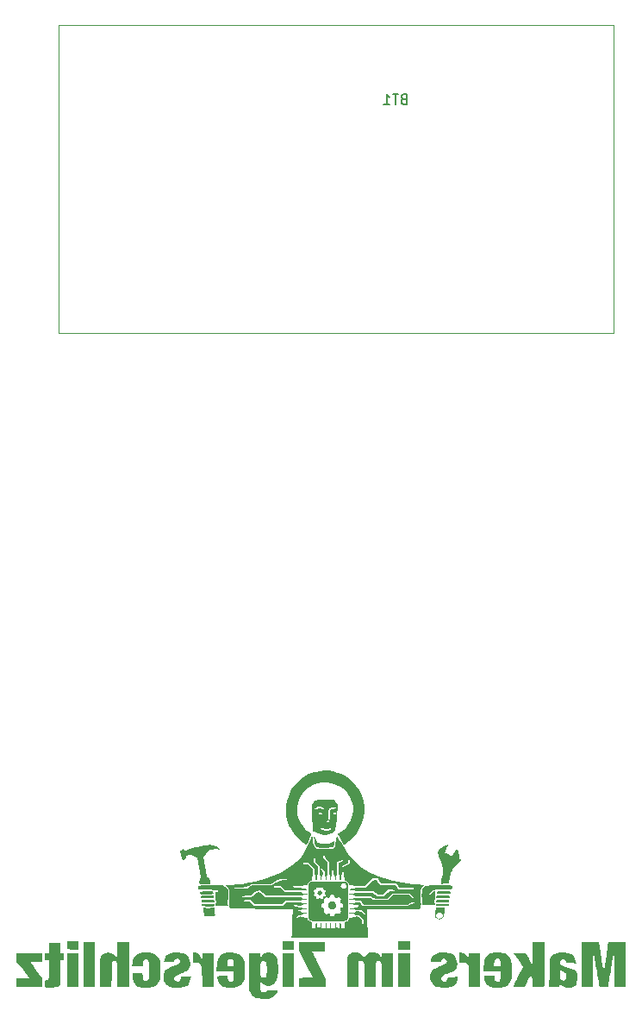
<source format=gbr>
%TF.GenerationSoftware,KiCad,Pcbnew,(5.99.0-12889-g70df3822b5)*%
%TF.CreationDate,2021-11-12T21:26:36+01:00*%
%TF.ProjectId,SimonSays,53696d6f-6e53-4617-9973-2e6b69636164,rev?*%
%TF.SameCoordinates,Original*%
%TF.FileFunction,Legend,Bot*%
%TF.FilePolarity,Positive*%
%FSLAX46Y46*%
G04 Gerber Fmt 4.6, Leading zero omitted, Abs format (unit mm)*
G04 Created by KiCad (PCBNEW (5.99.0-12889-g70df3822b5)) date 2021-11-12 21:26:36*
%MOMM*%
%LPD*%
G01*
G04 APERTURE LIST*
%ADD10C,0.150000*%
%ADD11C,0.120000*%
G04 APERTURE END LIST*
D10*
%TO.C,BT1*%
X101877714Y-47680571D02*
X101734857Y-47728190D01*
X101687238Y-47775809D01*
X101639619Y-47871047D01*
X101639619Y-48013904D01*
X101687238Y-48109142D01*
X101734857Y-48156761D01*
X101830095Y-48204380D01*
X102211047Y-48204380D01*
X102211047Y-47204380D01*
X101877714Y-47204380D01*
X101782476Y-47252000D01*
X101734857Y-47299619D01*
X101687238Y-47394857D01*
X101687238Y-47490095D01*
X101734857Y-47585333D01*
X101782476Y-47632952D01*
X101877714Y-47680571D01*
X102211047Y-47680571D01*
X101353904Y-47204380D02*
X100782476Y-47204380D01*
X101068190Y-48204380D02*
X101068190Y-47204380D01*
X99925333Y-48204380D02*
X100496761Y-48204380D01*
X100211047Y-48204380D02*
X100211047Y-47204380D01*
X100306285Y-47347238D01*
X100401523Y-47442476D01*
X100496761Y-47490095D01*
%TO.C,G\u002A\u002A\u002A*%
G36*
X89493536Y-133815673D02*
G01*
X89399485Y-134149394D01*
X89265632Y-134410137D01*
X89093492Y-134591934D01*
X89075720Y-134603998D01*
X88915062Y-134668871D01*
X88707471Y-134703926D01*
X88489440Y-134705573D01*
X88297462Y-134670223D01*
X88267642Y-134658754D01*
X88125155Y-134572401D01*
X88003115Y-134456729D01*
X87968495Y-134414897D01*
X87889919Y-134331814D01*
X87842393Y-134298785D01*
X87833031Y-134315435D01*
X87819984Y-134405286D01*
X87811024Y-134555523D01*
X87807694Y-134746234D01*
X87808254Y-134835814D01*
X87819428Y-135061927D01*
X87850481Y-135214056D01*
X87908659Y-135305838D01*
X88001206Y-135350907D01*
X88135368Y-135362900D01*
X88161274Y-135362490D01*
X88300022Y-135333796D01*
X88400885Y-135247235D01*
X88417043Y-135227193D01*
X88462935Y-135182314D01*
X88522639Y-135154232D01*
X88615834Y-135139029D01*
X88762199Y-135132782D01*
X88981411Y-135131571D01*
X89470954Y-135131571D01*
X89442909Y-135281935D01*
X89440467Y-135294513D01*
X89347333Y-135537792D01*
X89176693Y-135731258D01*
X88929483Y-135874146D01*
X88606637Y-135965692D01*
X88583816Y-135969431D01*
X88417377Y-135984659D01*
X88206186Y-135990714D01*
X87990263Y-135986260D01*
X87685931Y-135958151D01*
X87380120Y-135888316D01*
X87140106Y-135774312D01*
X86954688Y-135610477D01*
X86812664Y-135391150D01*
X86697311Y-135159668D01*
X86697311Y-133018341D01*
X87791375Y-133018341D01*
X87793768Y-133255960D01*
X87805428Y-133476591D01*
X87826201Y-133655193D01*
X87855935Y-133766725D01*
X87884742Y-133818488D01*
X87964430Y-133891689D01*
X88094397Y-133919716D01*
X88181315Y-133922282D01*
X88273863Y-133893110D01*
X88348531Y-133806066D01*
X88374510Y-133746418D01*
X88406977Y-133590274D01*
X88427571Y-133381441D01*
X88436250Y-133143988D01*
X88432973Y-132901987D01*
X88417698Y-132679509D01*
X88390383Y-132500623D01*
X88350987Y-132389401D01*
X88328241Y-132358261D01*
X88205003Y-132265257D01*
X88066983Y-132248643D01*
X87939487Y-132306106D01*
X87847822Y-132435338D01*
X87841316Y-132453979D01*
X87814996Y-132592310D01*
X87798400Y-132788778D01*
X87791375Y-133018341D01*
X86697311Y-133018341D01*
X86697311Y-131522827D01*
X87761428Y-131522827D01*
X87761428Y-131731024D01*
X87763019Y-131793208D01*
X87775432Y-131897719D01*
X87796127Y-131938864D01*
X87809819Y-131931696D01*
X87863958Y-131868091D01*
X87932652Y-131760151D01*
X88053811Y-131611533D01*
X88249323Y-131490517D01*
X88483148Y-131432425D01*
X88735652Y-131441677D01*
X88987203Y-131522695D01*
X89042745Y-131551690D01*
X89220112Y-131684590D01*
X89354894Y-131864897D01*
X89451729Y-132103099D01*
X89515259Y-132409685D01*
X89550121Y-132795141D01*
X89556163Y-132953161D01*
X89552074Y-133143988D01*
X89546267Y-133414940D01*
X89493536Y-133815673D01*
G37*
G36*
X118927050Y-134118009D02*
G01*
X118891022Y-134355039D01*
X118831908Y-134540594D01*
X118713008Y-134715738D01*
X118541514Y-134831387D01*
X118303107Y-134894981D01*
X118234105Y-134903679D01*
X117948468Y-134905370D01*
X117699002Y-134851862D01*
X117501428Y-134748144D01*
X117371465Y-134599207D01*
X117329372Y-134533848D01*
X117260347Y-134487456D01*
X117206914Y-134529494D01*
X117177791Y-134657345D01*
X117163431Y-134830842D01*
X116637388Y-134843976D01*
X116524413Y-134846646D01*
X116335303Y-134849123D01*
X116217720Y-134845207D01*
X116157243Y-134832845D01*
X116139455Y-134809986D01*
X116149938Y-134774577D01*
X116152356Y-134766966D01*
X116163227Y-134681086D01*
X116174546Y-134518003D01*
X116185765Y-134290136D01*
X116196334Y-134009903D01*
X116205702Y-133689723D01*
X116208602Y-133557375D01*
X117232830Y-133557375D01*
X117235016Y-133721997D01*
X117246845Y-133883604D01*
X117271974Y-133989367D01*
X117313796Y-134060356D01*
X117322339Y-134070078D01*
X117446887Y-134159118D01*
X117585782Y-134188535D01*
X117704973Y-134150482D01*
X117761519Y-134098340D01*
X117838309Y-133952596D01*
X117851675Y-133755792D01*
X117803036Y-133498490D01*
X117758555Y-133442376D01*
X117651149Y-133363139D01*
X117506608Y-133282698D01*
X117232830Y-133150078D01*
X117232830Y-133557375D01*
X116208602Y-133557375D01*
X116213322Y-133342015D01*
X116219417Y-133020459D01*
X116226502Y-132696736D01*
X116233899Y-132445877D01*
X116242504Y-132257002D01*
X116253208Y-132119228D01*
X116266906Y-132021673D01*
X116284492Y-131953456D01*
X116306858Y-131903694D01*
X116334899Y-131861505D01*
X116406656Y-131775983D01*
X116622692Y-131608179D01*
X116900361Y-131497575D01*
X117244491Y-131442642D01*
X117659913Y-131441849D01*
X117710400Y-131445173D01*
X118076672Y-131502472D01*
X118368963Y-131613674D01*
X118586650Y-131778327D01*
X118729108Y-131995977D01*
X118795714Y-132266173D01*
X118817969Y-132497783D01*
X118340542Y-132484531D01*
X117863114Y-132471279D01*
X117825715Y-132326589D01*
X117785902Y-132234958D01*
X117674192Y-132130061D01*
X117528585Y-132090696D01*
X117376845Y-132129081D01*
X117325910Y-132163165D01*
X117266426Y-132248358D01*
X117241861Y-132389251D01*
X117239404Y-132448402D01*
X117255632Y-132569317D01*
X117313667Y-132661872D01*
X117426056Y-132735669D01*
X117605342Y-132800307D01*
X117864069Y-132865384D01*
X118100638Y-132923527D01*
X118377793Y-133012344D01*
X118583899Y-133113297D01*
X118731704Y-133235102D01*
X118833955Y-133386475D01*
X118903399Y-133576135D01*
X118918337Y-133644815D01*
X118927660Y-133755792D01*
X118937114Y-133868326D01*
X118927050Y-134118009D01*
G37*
G36*
X112490572Y-133188401D02*
G01*
X112490082Y-133458416D01*
X112487221Y-133683907D01*
X112480032Y-133849579D01*
X112466563Y-133972601D01*
X112444858Y-134070143D01*
X112412965Y-134159375D01*
X112368930Y-134257466D01*
X112353217Y-134289984D01*
X112192572Y-134535435D01*
X111983889Y-134713476D01*
X111716613Y-134830908D01*
X111380189Y-134894531D01*
X111156742Y-134909453D01*
X110763131Y-134888975D01*
X110422086Y-134805514D01*
X110142745Y-134660796D01*
X110121223Y-134644136D01*
X109999503Y-134504195D01*
X109891566Y-134313047D01*
X109814269Y-134105683D01*
X109784466Y-133917090D01*
X109784014Y-133743592D01*
X110801865Y-133743592D01*
X110801865Y-133918362D01*
X110803533Y-133966694D01*
X110846095Y-134142442D01*
X110939117Y-134257512D01*
X111073241Y-134298784D01*
X111196093Y-134287374D01*
X111288093Y-134240784D01*
X111346580Y-134144735D01*
X111379890Y-133984999D01*
X111396359Y-133747350D01*
X111412529Y-133327199D01*
X109724842Y-133327199D01*
X109747884Y-132805039D01*
X109757641Y-132644776D01*
X110756703Y-132644776D01*
X110757006Y-132686371D01*
X110769251Y-132735735D01*
X110813660Y-132761175D01*
X110910356Y-132770622D01*
X111079461Y-132772008D01*
X111403322Y-132772008D01*
X111403322Y-132515442D01*
X111403283Y-132499946D01*
X111393608Y-132339976D01*
X111359384Y-132233556D01*
X111289760Y-132145315D01*
X111184658Y-132065684D01*
X111053512Y-132037279D01*
X110937256Y-132088377D01*
X110843777Y-132211586D01*
X110780963Y-132399516D01*
X110756703Y-132644776D01*
X109757641Y-132644776D01*
X109759323Y-132617156D01*
X109801357Y-132297910D01*
X109874611Y-132047032D01*
X109986170Y-131849915D01*
X110143117Y-131691957D01*
X110352537Y-131558551D01*
X110421116Y-131525037D01*
X110524303Y-131489278D01*
X110648746Y-131467929D01*
X110818177Y-131457478D01*
X111056328Y-131454413D01*
X111115898Y-131454495D01*
X111408089Y-131464057D01*
X111633765Y-131493588D01*
X111814324Y-131549281D01*
X111971165Y-131637330D01*
X112125685Y-131763928D01*
X112133153Y-131770838D01*
X112251007Y-131891047D01*
X112340199Y-132013718D01*
X112404568Y-132153833D01*
X112447951Y-132326376D01*
X112474188Y-132546330D01*
X112484520Y-132772008D01*
X112487115Y-132828677D01*
X112490572Y-133188401D01*
G37*
G36*
X106080876Y-131458428D02*
G01*
X106306076Y-131477986D01*
X106484425Y-131517376D01*
X106639193Y-131581851D01*
X106793649Y-131676666D01*
X106925610Y-131810163D01*
X107040264Y-132014698D01*
X107117728Y-132257299D01*
X107146404Y-132510553D01*
X107143687Y-132618980D01*
X107114800Y-132818938D01*
X107046094Y-132984781D01*
X106927391Y-133126991D01*
X106748514Y-133256050D01*
X106499287Y-133382439D01*
X106169531Y-133516640D01*
X106018870Y-133576028D01*
X105833861Y-133655527D01*
X105691284Y-133724510D01*
X105613497Y-133772682D01*
X105610983Y-133774987D01*
X105537461Y-133896346D01*
X105534833Y-134034608D01*
X105592123Y-134164570D01*
X105698359Y-134261030D01*
X105842567Y-134298784D01*
X105975849Y-134277529D01*
X106100452Y-134185162D01*
X106169456Y-134018928D01*
X106202026Y-133859257D01*
X106696729Y-133846134D01*
X107191431Y-133833011D01*
X107164854Y-133984932D01*
X107148729Y-134069406D01*
X107060064Y-134367836D01*
X106928623Y-134590351D01*
X106744330Y-134746235D01*
X106497108Y-134844773D01*
X106176879Y-134895250D01*
X106049171Y-134903368D01*
X105680163Y-134900371D01*
X105345642Y-134858977D01*
X105071574Y-134781853D01*
X104882413Y-134674916D01*
X104691528Y-134480749D01*
X104556779Y-134234318D01*
X104487021Y-133952835D01*
X104491105Y-133653508D01*
X104493602Y-133636732D01*
X104536803Y-133438146D01*
X104607106Y-133278548D01*
X104717160Y-133146137D01*
X104879612Y-133029113D01*
X105107111Y-132915675D01*
X105412302Y-132794022D01*
X105415996Y-132792646D01*
X105632221Y-132708256D01*
X105822545Y-132627081D01*
X105966507Y-132558290D01*
X106043647Y-132511053D01*
X106097625Y-132441728D01*
X106125407Y-132308579D01*
X106081423Y-132178930D01*
X105970931Y-132083687D01*
X105945638Y-132072556D01*
X105778794Y-132047483D01*
X105634715Y-132108610D01*
X105527548Y-132250612D01*
X105458149Y-132399878D01*
X105000768Y-132400879D01*
X104543386Y-132401880D01*
X104572932Y-132186321D01*
X104573421Y-132182806D01*
X104652816Y-131930579D01*
X104812780Y-131723189D01*
X105052064Y-131562263D01*
X105151699Y-131517570D01*
X105259926Y-131484332D01*
X105388991Y-131464863D01*
X105562771Y-131455712D01*
X105805144Y-131453428D01*
X106080876Y-131458428D01*
G37*
G36*
X86300799Y-133333729D02*
G01*
X86287042Y-133627542D01*
X86260075Y-133884088D01*
X86219816Y-134078814D01*
X86177604Y-134199333D01*
X86021516Y-134474527D01*
X85802333Y-134682060D01*
X85520167Y-134821845D01*
X85175128Y-134893795D01*
X85150533Y-134896146D01*
X84863282Y-134906352D01*
X84580373Y-134888536D01*
X84330569Y-134845832D01*
X84142638Y-134781370D01*
X83908804Y-134619643D01*
X83718833Y-134394613D01*
X83595300Y-134131521D01*
X83551227Y-133850860D01*
X83552160Y-133819525D01*
X83564678Y-133782976D01*
X83604936Y-133760564D01*
X83689134Y-133748832D01*
X83833468Y-133744326D01*
X84054136Y-133743592D01*
X84557044Y-133743592D01*
X84581497Y-133960542D01*
X84587428Y-134004582D01*
X84641450Y-134173881D01*
X84742612Y-134269021D01*
X84899159Y-134298784D01*
X84955685Y-134294358D01*
X85056803Y-134247609D01*
X85123153Y-134141525D01*
X85159481Y-133965810D01*
X85170535Y-133710165D01*
X85170535Y-133327199D01*
X83504961Y-133327199D01*
X83505878Y-133061170D01*
X83512911Y-132813432D01*
X83517806Y-132772008D01*
X84569078Y-132772008D01*
X85170535Y-132772008D01*
X85170535Y-132494412D01*
X85164329Y-132370595D01*
X85117517Y-132181711D01*
X85028323Y-132068490D01*
X84900933Y-132034909D01*
X84739534Y-132084945D01*
X84651367Y-132141643D01*
X84599468Y-132214054D01*
X84575759Y-132326857D01*
X84569786Y-132505979D01*
X84569078Y-132772008D01*
X83517806Y-132772008D01*
X83560804Y-132408136D01*
X83656937Y-132078932D01*
X83804837Y-131821951D01*
X84008033Y-131633321D01*
X84270051Y-131509174D01*
X84594419Y-131445639D01*
X84984665Y-131438846D01*
X85326756Y-131478242D01*
X85639132Y-131574965D01*
X85886893Y-131731422D01*
X86076336Y-131951715D01*
X86213758Y-132239949D01*
X86225335Y-132276893D01*
X86263612Y-132474232D01*
X86289003Y-132732520D01*
X86290668Y-132772008D01*
X86301425Y-133027204D01*
X86300799Y-133333729D01*
G37*
G36*
X79830802Y-131457535D02*
G01*
X80087874Y-131478901D01*
X80288101Y-131522909D01*
X80451470Y-131594443D01*
X80597966Y-131698387D01*
X80640564Y-131736703D01*
X80793497Y-131940151D01*
X80883182Y-132199013D01*
X80913053Y-132522270D01*
X80904353Y-132703445D01*
X80863751Y-132887207D01*
X80781060Y-133042279D01*
X80646556Y-133178052D01*
X80450513Y-133303919D01*
X80183207Y-133429270D01*
X79834915Y-133563496D01*
X79699641Y-133615149D01*
X79492735Y-133713534D01*
X79365705Y-133810759D01*
X79310614Y-133914014D01*
X79319530Y-134030489D01*
X79365002Y-134137362D01*
X79480890Y-134257803D01*
X79641756Y-134298784D01*
X79777750Y-134271801D01*
X79894258Y-134168688D01*
X79964144Y-133986489D01*
X79996102Y-133836124D01*
X80970841Y-133836124D01*
X80938613Y-134055887D01*
X80872106Y-134323062D01*
X80741729Y-134555854D01*
X80547446Y-134726265D01*
X80284871Y-134838014D01*
X79949620Y-134894822D01*
X79645374Y-134908464D01*
X79240117Y-134880758D01*
X78904800Y-134794153D01*
X78638287Y-134648308D01*
X78439438Y-134442881D01*
X78371279Y-134336226D01*
X78323864Y-134222987D01*
X78297896Y-134083953D01*
X78284075Y-133885776D01*
X78283481Y-133871942D01*
X78293813Y-133574101D01*
X78358181Y-133339991D01*
X78486124Y-133155649D01*
X78687184Y-133007108D01*
X78970900Y-132880405D01*
X79178776Y-132803023D01*
X79447202Y-132697531D01*
X79643517Y-132610864D01*
X79777818Y-132537948D01*
X79860200Y-132473709D01*
X79900758Y-132413073D01*
X79909948Y-132382706D01*
X79900901Y-132243877D01*
X79822120Y-132123561D01*
X79690847Y-132051461D01*
X79634325Y-132043784D01*
X79488206Y-132071344D01*
X79363305Y-132150694D01*
X79294725Y-132263082D01*
X79288527Y-132287774D01*
X79268417Y-132331585D01*
X79226222Y-132359406D01*
X79144334Y-132375742D01*
X79005150Y-132385098D01*
X78791061Y-132391980D01*
X78314480Y-132405213D01*
X78346853Y-132206916D01*
X78362258Y-132127766D01*
X78448275Y-131900659D01*
X78597051Y-131725300D01*
X78822930Y-131582891D01*
X78831638Y-131578625D01*
X78956663Y-131521843D01*
X79069355Y-131485324D01*
X79195918Y-131464677D01*
X79362561Y-131455509D01*
X79595490Y-131453428D01*
X79830802Y-131457535D01*
G37*
G36*
X76984029Y-131470088D02*
G01*
X77240986Y-131532802D01*
X77451909Y-131635951D01*
X77639866Y-131788072D01*
X77701802Y-131852083D01*
X77800533Y-131980779D01*
X77873298Y-132127241D01*
X77923671Y-132306353D01*
X77955226Y-132532995D01*
X77971539Y-132822051D01*
X77976182Y-133188401D01*
X77975229Y-133408362D01*
X77968362Y-133689484D01*
X77951966Y-133906280D01*
X77922660Y-134075943D01*
X77877065Y-134215665D01*
X77811803Y-134342638D01*
X77723494Y-134474055D01*
X77670862Y-134539020D01*
X77455054Y-134713714D01*
X77175431Y-134835219D01*
X76844968Y-134897286D01*
X76696482Y-134905928D01*
X76425891Y-134903855D01*
X76166627Y-134882059D01*
X75945519Y-134843261D01*
X75789391Y-134790182D01*
X75700485Y-134735954D01*
X75505769Y-134548044D01*
X75355109Y-134298496D01*
X75257855Y-134005529D01*
X75223359Y-133687364D01*
X75223359Y-133462866D01*
X75720717Y-133475998D01*
X76218076Y-133489130D01*
X76245565Y-133776429D01*
X76254893Y-133861800D01*
X76290264Y-134039558D01*
X76349116Y-134144957D01*
X76443183Y-134192572D01*
X76584203Y-134196976D01*
X76620575Y-134194038D01*
X76727409Y-134172805D01*
X76787277Y-134116626D01*
X76834746Y-133998055D01*
X76835462Y-133995878D01*
X76862263Y-133870606D01*
X76878419Y-133685721D01*
X76884484Y-133430394D01*
X76881012Y-133093800D01*
X76876354Y-132916703D01*
X76861891Y-132629669D01*
X76837661Y-132418943D01*
X76800290Y-132273818D01*
X76746401Y-132183589D01*
X76672620Y-132137549D01*
X76575571Y-132124993D01*
X76482942Y-132135456D01*
X76348108Y-132210871D01*
X76267800Y-132359985D01*
X76241209Y-132583902D01*
X76241209Y-132772008D01*
X75210925Y-132772008D01*
X75233693Y-132453793D01*
X75248908Y-132314237D01*
X75328012Y-132017732D01*
X75468760Y-131784217D01*
X75673935Y-131611773D01*
X75946322Y-131498485D01*
X76288705Y-131442435D01*
X76703869Y-131441707D01*
X76984029Y-131470088D01*
G37*
G36*
X68144670Y-131522827D02*
G01*
X68514798Y-131522827D01*
X68514798Y-132216816D01*
X68149121Y-132216816D01*
X68121537Y-134574438D01*
X67995515Y-134700379D01*
X67864034Y-134794817D01*
X67648521Y-134857099D01*
X67401758Y-134884819D01*
X67136006Y-134891930D01*
X66860790Y-134870261D01*
X66617894Y-134841086D01*
X66617894Y-134500536D01*
X66618253Y-134388401D01*
X66623324Y-134258962D01*
X66639778Y-134190861D01*
X66674296Y-134164426D01*
X66733559Y-134159986D01*
X66831536Y-134137451D01*
X66941756Y-134067454D01*
X66973252Y-134030503D01*
X66997295Y-133981461D01*
X67014064Y-133907850D01*
X67024854Y-133796076D01*
X67030958Y-133632550D01*
X67033671Y-133403678D01*
X67034287Y-133095869D01*
X67034287Y-132216816D01*
X66617894Y-132216816D01*
X66617894Y-131522827D01*
X67034287Y-131522827D01*
X67034287Y-130504977D01*
X68144670Y-130504977D01*
X68144670Y-131522827D01*
G37*
G36*
X121094864Y-130562809D02*
G01*
X121106883Y-130637473D01*
X121131074Y-130794296D01*
X121164749Y-131016058D01*
X121205809Y-131288848D01*
X121252150Y-131598759D01*
X121301674Y-131931882D01*
X121349692Y-132250504D01*
X121395718Y-132545621D01*
X121436693Y-132798083D01*
X121470580Y-132995656D01*
X121495343Y-133126108D01*
X121508947Y-133177207D01*
X121513513Y-133181042D01*
X121564726Y-133174659D01*
X121572368Y-133145632D01*
X121591895Y-133036829D01*
X121620251Y-132860728D01*
X121655442Y-132631292D01*
X121695476Y-132362485D01*
X121738358Y-132068271D01*
X121782095Y-131762611D01*
X121824694Y-131459471D01*
X121864160Y-131172814D01*
X121898500Y-130916602D01*
X121925721Y-130704800D01*
X121943829Y-130551370D01*
X121950830Y-130470277D01*
X121956143Y-130459200D01*
X122002242Y-130440730D01*
X122103427Y-130427434D01*
X122269048Y-130418697D01*
X122508458Y-130413905D01*
X122831009Y-130412445D01*
X123710062Y-130412445D01*
X123710062Y-132602366D01*
X123709425Y-133035673D01*
X123707551Y-133449472D01*
X123704573Y-133825824D01*
X123700624Y-134155549D01*
X123695837Y-134429466D01*
X123690347Y-134638394D01*
X123684286Y-134773153D01*
X123677788Y-134824561D01*
X123635752Y-134834812D01*
X123517155Y-134843075D01*
X123343223Y-134846322D01*
X123134163Y-134843838D01*
X122622812Y-134830842D01*
X122610661Y-133176835D01*
X122607754Y-132869155D01*
X122602248Y-132494727D01*
X122595141Y-132168491D01*
X122586723Y-131899315D01*
X122577284Y-131696067D01*
X122567114Y-131567615D01*
X122556505Y-131522827D01*
X122520581Y-131557891D01*
X122488955Y-131650059D01*
X122476036Y-131720783D01*
X122450308Y-131868026D01*
X122414236Y-132077494D01*
X122369977Y-132336400D01*
X122319690Y-132631956D01*
X122265533Y-132951377D01*
X122209664Y-133281876D01*
X122154242Y-133610665D01*
X122101426Y-133924960D01*
X122053372Y-134211972D01*
X122012240Y-134458916D01*
X121980188Y-134653004D01*
X121959374Y-134781451D01*
X121951956Y-134831469D01*
X121941432Y-134836492D01*
X121861111Y-134845461D01*
X121718940Y-134851660D01*
X121535563Y-134853975D01*
X121442617Y-134853098D01*
X121276663Y-134846404D01*
X121161926Y-134834557D01*
X121119056Y-134819275D01*
X121113926Y-134782041D01*
X121095188Y-134664042D01*
X121064779Y-134478333D01*
X121024878Y-134237791D01*
X120977663Y-133955297D01*
X120925313Y-133643730D01*
X120870006Y-133315968D01*
X120813920Y-132984892D01*
X120759234Y-132663380D01*
X120708125Y-132364312D01*
X120662772Y-132100566D01*
X120625354Y-131885023D01*
X120598049Y-131730561D01*
X120583035Y-131650059D01*
X120570622Y-131595208D01*
X120546166Y-131524392D01*
X120525270Y-131523978D01*
X120507681Y-131597125D01*
X120493145Y-131746991D01*
X120481409Y-131976737D01*
X120472219Y-132289520D01*
X120465322Y-132688499D01*
X120460464Y-133176835D01*
X120448313Y-134830842D01*
X119384196Y-134830842D01*
X119372181Y-132621643D01*
X119360166Y-130412445D01*
X121068710Y-130412445D01*
X121094864Y-130562809D01*
G37*
G36*
X115706054Y-132602366D02*
G01*
X115705418Y-133035679D01*
X115703546Y-133449473D01*
X115700572Y-133825820D01*
X115696628Y-134155539D01*
X115691848Y-134429449D01*
X115686364Y-134638370D01*
X115680311Y-134773121D01*
X115673821Y-134824520D01*
X115624400Y-134835451D01*
X115499955Y-134843274D01*
X115320945Y-134846279D01*
X115107063Y-134843798D01*
X114572539Y-134830842D01*
X114549406Y-134391316D01*
X114543296Y-134290202D01*
X114521209Y-134074634D01*
X114487979Y-133925667D01*
X114439986Y-133824558D01*
X114433095Y-133814483D01*
X114370711Y-133731412D01*
X114334656Y-133697326D01*
X114330480Y-133701390D01*
X114294265Y-133764054D01*
X114229061Y-133890736D01*
X114142515Y-134066309D01*
X114042274Y-134275651D01*
X113768935Y-134853975D01*
X113183730Y-134853975D01*
X113150293Y-134853912D01*
X112936247Y-134850304D01*
X112764303Y-134841956D01*
X112651268Y-134830000D01*
X112613947Y-134815571D01*
X112622859Y-134796775D01*
X112668274Y-134705531D01*
X112746260Y-134550743D01*
X112850690Y-134344516D01*
X112975444Y-134098958D01*
X113114395Y-133826174D01*
X113599421Y-132875181D01*
X113148920Y-132199004D01*
X112698418Y-131522827D01*
X113880872Y-131522827D01*
X114173304Y-132054886D01*
X114195502Y-132095058D01*
X114305410Y-132287533D01*
X114400402Y-132443772D01*
X114470962Y-132548626D01*
X114507571Y-132586944D01*
X114514131Y-132574664D01*
X114525649Y-132486687D01*
X114535378Y-132323690D01*
X114542876Y-132097186D01*
X114547700Y-131818683D01*
X114549406Y-131499694D01*
X114549406Y-130412445D01*
X115706054Y-130412445D01*
X115706054Y-132602366D01*
G37*
G36*
X107547379Y-131431295D02*
G01*
X107741957Y-131483453D01*
X107932091Y-131599563D01*
X108089965Y-131758459D01*
X108187760Y-131938971D01*
X108191966Y-131951713D01*
X108232419Y-132026261D01*
X108268202Y-132016859D01*
X108293752Y-131931279D01*
X108303504Y-131777290D01*
X108303504Y-131522827D01*
X109413887Y-131522827D01*
X109413887Y-133157557D01*
X109413213Y-133497893D01*
X109410972Y-133852156D01*
X109407352Y-134167309D01*
X109402552Y-134432667D01*
X109396768Y-134637546D01*
X109390199Y-134771262D01*
X109383043Y-134823131D01*
X109337423Y-134834126D01*
X109215997Y-134844417D01*
X109039517Y-134851402D01*
X108827852Y-134853975D01*
X108303504Y-134853975D01*
X108303236Y-134032754D01*
X108301844Y-133827107D01*
X108295824Y-133542745D01*
X108285880Y-133284761D01*
X108272924Y-133075204D01*
X108257869Y-132936122D01*
X108232097Y-132804135D01*
X108172123Y-132639201D01*
X108076125Y-132536828D01*
X107925660Y-132481079D01*
X107702288Y-132456018D01*
X107378185Y-132437704D01*
X107378185Y-131430295D01*
X107519281Y-131430295D01*
X107547379Y-131431295D01*
G37*
G36*
X102473996Y-134853975D02*
G01*
X101363614Y-134853975D01*
X101363614Y-131522827D01*
X102473996Y-131522827D01*
X102473996Y-134853975D01*
G37*
G36*
X99054186Y-131449452D02*
G01*
X99305244Y-131545408D01*
X99522689Y-131713009D01*
X99591778Y-131783344D01*
X99676120Y-131862255D01*
X99719320Y-131892955D01*
X99724902Y-131888267D01*
X99738758Y-131823831D01*
X99744306Y-131707891D01*
X99744306Y-131522827D01*
X100854688Y-131522827D01*
X100854688Y-134853975D01*
X99744306Y-134853975D01*
X99744306Y-133727363D01*
X99744283Y-133668247D01*
X99742351Y-133279056D01*
X99736270Y-132970938D01*
X99724573Y-132733826D01*
X99705790Y-132557651D01*
X99678452Y-132432341D01*
X99641093Y-132347830D01*
X99592242Y-132294047D01*
X99530431Y-132260924D01*
X99497790Y-132252241D01*
X99378454Y-132250185D01*
X99256619Y-132275330D01*
X99179451Y-132319770D01*
X99179368Y-132319922D01*
X99175882Y-132370325D01*
X99171040Y-132500789D01*
X99165174Y-132699235D01*
X99158616Y-132953582D01*
X99151697Y-133251751D01*
X99144751Y-133581662D01*
X99119716Y-134830842D01*
X98576091Y-134843877D01*
X98032466Y-134856911D01*
X98032208Y-133756627D01*
X98030522Y-133361678D01*
X98024541Y-133033360D01*
X98012891Y-132778373D01*
X97994198Y-132586963D01*
X97967086Y-132449377D01*
X97930180Y-132355861D01*
X97882105Y-132296661D01*
X97821486Y-132262024D01*
X97789326Y-132253235D01*
X97668527Y-132249991D01*
X97545669Y-132274718D01*
X97467611Y-132319770D01*
X97467528Y-132319922D01*
X97464043Y-132370325D01*
X97459201Y-132500789D01*
X97453334Y-132699235D01*
X97446776Y-132953582D01*
X97439858Y-133251751D01*
X97432912Y-133581662D01*
X97407876Y-134830842D01*
X96297493Y-134830842D01*
X96297493Y-133442864D01*
X96297835Y-133126365D01*
X96300258Y-132749950D01*
X96306390Y-132448588D01*
X96317823Y-132212036D01*
X96336147Y-132030051D01*
X96362952Y-131892392D01*
X96399830Y-131788814D01*
X96448372Y-131709076D01*
X96510169Y-131642936D01*
X96586811Y-131580149D01*
X96593595Y-131574996D01*
X96690341Y-131510510D01*
X96787044Y-131473907D01*
X96914510Y-131457685D01*
X97103546Y-131454347D01*
X97356635Y-131468985D01*
X97566254Y-131521709D01*
X97727514Y-131621208D01*
X97860790Y-131776143D01*
X97969363Y-131935922D01*
X98140343Y-131731375D01*
X98294913Y-131588855D01*
X98529464Y-131471436D01*
X98789074Y-131424881D01*
X99054186Y-131449452D01*
G37*
G36*
X94146127Y-131337764D02*
G01*
X93521537Y-131337764D01*
X93457358Y-131337907D01*
X93237464Y-131340756D01*
X93059526Y-131346699D01*
X92940401Y-131355004D01*
X92896947Y-131364936D01*
X92903797Y-131382381D01*
X92945860Y-131471989D01*
X93021962Y-131628334D01*
X93127155Y-131841412D01*
X93256491Y-132101224D01*
X93405023Y-132397767D01*
X93567803Y-132721040D01*
X94238659Y-134049971D01*
X94238659Y-134853975D01*
X91555235Y-134853975D01*
X91555235Y-133931066D01*
X92246431Y-133918295D01*
X92937628Y-133905523D01*
X92246431Y-132587684D01*
X91555235Y-131269844D01*
X91555235Y-130412445D01*
X94146127Y-130412445D01*
X94146127Y-131337764D01*
G37*
G36*
X91092575Y-134853975D02*
G01*
X89982193Y-134853975D01*
X89982193Y-131522827D01*
X91092575Y-131522827D01*
X91092575Y-134853975D01*
G37*
G36*
X81299679Y-131430313D02*
G01*
X81448903Y-131454641D01*
X81596139Y-131511261D01*
X81627401Y-131530134D01*
X81746871Y-131628098D01*
X81860269Y-131752483D01*
X81944929Y-131875996D01*
X81978185Y-131971342D01*
X81986146Y-131999350D01*
X82047584Y-132031753D01*
X82088890Y-132009752D01*
X82110753Y-131930746D01*
X82116983Y-131777290D01*
X82116983Y-131522827D01*
X83181100Y-131522827D01*
X83181100Y-134853975D01*
X82070717Y-134853975D01*
X82070459Y-133917090D01*
X82070413Y-133880504D01*
X82067465Y-133585076D01*
X82060461Y-133312866D01*
X82050150Y-133081200D01*
X82037280Y-132907406D01*
X82022600Y-132808812D01*
X81967885Y-132670718D01*
X81853921Y-132541994D01*
X81682020Y-132470340D01*
X81439888Y-132448146D01*
X81145399Y-132448146D01*
X81145399Y-131430295D01*
X81296485Y-131430295D01*
X81299679Y-131430313D01*
G37*
G36*
X74899497Y-132600942D02*
G01*
X74898858Y-133035517D01*
X74896984Y-133449375D01*
X74894009Y-133825767D01*
X74890065Y-134155515D01*
X74885285Y-134429442D01*
X74879803Y-134638370D01*
X74873752Y-134773122D01*
X74867263Y-134824520D01*
X74817842Y-134835451D01*
X74693398Y-134843274D01*
X74514387Y-134846279D01*
X74300506Y-134843798D01*
X73765981Y-134830842D01*
X73742849Y-133595456D01*
X73735956Y-133272510D01*
X73725644Y-132925274D01*
X73713586Y-132660505D01*
X73699431Y-132472489D01*
X73682828Y-132355513D01*
X73663425Y-132303866D01*
X73619594Y-132275978D01*
X73497251Y-132250381D01*
X73363574Y-132259676D01*
X73267080Y-132303866D01*
X73252050Y-132337431D01*
X73234810Y-132438262D01*
X73220101Y-132608768D01*
X73207574Y-132854660D01*
X73196876Y-133181652D01*
X73187657Y-133595456D01*
X73164524Y-134830842D01*
X72054142Y-134830842D01*
X72054142Y-133381258D01*
X72054468Y-132980092D01*
X72055831Y-132660394D01*
X72058854Y-132411471D01*
X72064159Y-132222626D01*
X72072367Y-132083166D01*
X72084101Y-131982394D01*
X72099982Y-131909615D01*
X72120632Y-131854135D01*
X72146674Y-131805259D01*
X72184314Y-131745473D01*
X72328396Y-131585959D01*
X72511289Y-131490045D01*
X72756187Y-131443982D01*
X72871395Y-131439219D01*
X73147347Y-131477566D01*
X73383264Y-131583175D01*
X73561569Y-131749381D01*
X73581342Y-131775315D01*
X73655722Y-131859147D01*
X73704108Y-131892955D01*
X73712137Y-131876267D01*
X73725122Y-131783736D01*
X73737002Y-131623820D01*
X73746726Y-131412128D01*
X73753240Y-131164266D01*
X73765981Y-130435578D01*
X74332739Y-130422587D01*
X74899497Y-130409597D01*
X74899497Y-132600942D01*
G37*
G36*
X71568349Y-134853975D02*
G01*
X70457967Y-134853975D01*
X70457967Y-130412445D01*
X71568349Y-130412445D01*
X71568349Y-134853975D01*
G37*
G36*
X69949042Y-133157557D02*
G01*
X69948338Y-133497714D01*
X69945997Y-133852129D01*
X69942215Y-134167493D01*
X69937198Y-134433110D01*
X69931153Y-134638285D01*
X69924288Y-134772320D01*
X69916808Y-134824520D01*
X69867387Y-134835451D01*
X69742943Y-134843274D01*
X69563932Y-134846279D01*
X69350050Y-134843798D01*
X68815526Y-134830842D01*
X68803375Y-133176835D01*
X68791224Y-131522827D01*
X69949042Y-131522827D01*
X69949042Y-133157557D01*
G37*
G36*
X66340298Y-132355614D02*
G01*
X65785107Y-132355614D01*
X65779420Y-132355615D01*
X65565832Y-132357578D01*
X65391132Y-132362751D01*
X65273200Y-132370359D01*
X65229916Y-132379631D01*
X65232211Y-132384827D01*
X65273349Y-132446555D01*
X65359730Y-132567555D01*
X65483146Y-132736557D01*
X65635385Y-132942293D01*
X65808240Y-133173494D01*
X66386564Y-133943340D01*
X66386564Y-134855439D01*
X65102685Y-134843140D01*
X63818805Y-134830842D01*
X63792233Y-133977484D01*
X64438462Y-133964636D01*
X65084691Y-133951789D01*
X64463315Y-133148135D01*
X63841938Y-132344482D01*
X63841938Y-131522827D01*
X66340298Y-131522827D01*
X66340298Y-132355614D01*
G37*
G36*
X102473996Y-131152700D02*
G01*
X101363614Y-131152700D01*
X101363614Y-130366179D01*
X102473996Y-130366179D01*
X102473996Y-131152700D01*
G37*
G36*
X91092575Y-131152700D02*
G01*
X89982193Y-131152700D01*
X89982193Y-130366179D01*
X91092575Y-130366179D01*
X91092575Y-131152700D01*
G37*
G36*
X69949042Y-131155548D02*
G01*
X69382284Y-131142557D01*
X68815526Y-131129567D01*
X68802089Y-130747873D01*
X68788651Y-130366179D01*
X69949042Y-130366179D01*
X69949042Y-131155548D01*
G37*
G36*
X103575039Y-126689200D02*
G01*
X103569254Y-126810685D01*
X103554802Y-126896125D01*
X103530535Y-126961668D01*
X103495302Y-127023465D01*
X103400675Y-127173829D01*
X98250585Y-127173829D01*
X98281032Y-127995050D01*
X98286832Y-128148497D01*
X98300231Y-128486958D01*
X98314549Y-128831230D01*
X98328407Y-129148552D01*
X98340427Y-129406161D01*
X98369374Y-129996051D01*
X90848483Y-129996051D01*
X90876628Y-129660623D01*
X90879613Y-129621636D01*
X90889971Y-129448523D01*
X90901601Y-129208404D01*
X90913681Y-128920473D01*
X90925387Y-128603924D01*
X90935896Y-128277948D01*
X90967018Y-127230701D01*
X90069779Y-127203503D01*
X89975430Y-127200814D01*
X89697307Y-127194030D01*
X89348550Y-127186693D01*
X88944455Y-127179071D01*
X88500318Y-127171432D01*
X88031433Y-127164044D01*
X87553096Y-127157176D01*
X87080601Y-127151095D01*
X86739553Y-127146625D01*
X86326810Y-127140210D01*
X85948739Y-127133223D01*
X85614983Y-127125900D01*
X85335184Y-127118478D01*
X85118985Y-127111193D01*
X84976029Y-127104283D01*
X84915958Y-127097984D01*
X84912463Y-127096520D01*
X84841064Y-127034484D01*
X84770789Y-126929957D01*
X84768188Y-126924862D01*
X84739293Y-126851414D01*
X84722488Y-126758823D01*
X84716927Y-126628844D01*
X84721761Y-126443232D01*
X84736145Y-126183742D01*
X84753819Y-125854517D01*
X84758459Y-125594841D01*
X84746350Y-125397590D01*
X84714266Y-125247848D01*
X84658980Y-125130698D01*
X84646080Y-125114995D01*
X85263067Y-125114995D01*
X85263100Y-125116818D01*
X85278264Y-125145521D01*
X85330542Y-125164990D01*
X85433780Y-125176864D01*
X85601821Y-125182785D01*
X85848512Y-125184394D01*
X85884891Y-125184391D01*
X86117333Y-125183325D01*
X86282689Y-125177445D01*
X86403472Y-125162585D01*
X86502194Y-125134579D01*
X86601371Y-125089261D01*
X86723515Y-125022463D01*
X87013075Y-124860532D01*
X88848677Y-124859940D01*
X89288204Y-124606070D01*
X89370146Y-124558924D01*
X89545167Y-124462093D01*
X89675636Y-124401386D01*
X89786856Y-124368393D01*
X89904127Y-124354702D01*
X90052750Y-124351903D01*
X90377769Y-124351607D01*
X90722448Y-124698601D01*
X91067126Y-125045596D01*
X91473111Y-125045596D01*
X91668486Y-125048373D01*
X91795752Y-125058783D01*
X91860826Y-125079373D01*
X91879096Y-125112686D01*
X91899257Y-125149658D01*
X91983083Y-125177993D01*
X92145125Y-125193651D01*
X92260545Y-125204281D01*
X92369197Y-125226743D01*
X92411155Y-125253793D01*
X92395568Y-125273508D01*
X92296689Y-125303058D01*
X92108132Y-125327022D01*
X91831602Y-125345266D01*
X91468801Y-125357654D01*
X91021437Y-125364050D01*
X90233177Y-125369458D01*
X90005326Y-125138128D01*
X89777474Y-124906798D01*
X89440307Y-124906798D01*
X89320474Y-124908136D01*
X89188494Y-124917607D01*
X89121669Y-124939137D01*
X89103140Y-124976197D01*
X89106697Y-124995532D01*
X89146497Y-125025869D01*
X89244280Y-125041295D01*
X89417174Y-125045596D01*
X89731209Y-125045596D01*
X89959060Y-125276926D01*
X90186911Y-125508255D01*
X91033004Y-125508255D01*
X91061587Y-125508262D01*
X91359448Y-125509487D01*
X91577283Y-125513476D01*
X91726630Y-125521141D01*
X91819024Y-125533398D01*
X91866001Y-125551161D01*
X91879096Y-125575345D01*
X91898015Y-125611467D01*
X91980577Y-125640397D01*
X92141470Y-125656311D01*
X92168297Y-125657919D01*
X92337050Y-125680277D01*
X92421961Y-125713136D01*
X92421720Y-125747609D01*
X92335018Y-125774809D01*
X92160547Y-125785851D01*
X92031827Y-125790871D01*
X91921300Y-125807553D01*
X91879096Y-125832117D01*
X91873517Y-125836929D01*
X91795962Y-125849359D01*
X91628823Y-125859657D01*
X91374271Y-125867764D01*
X91034477Y-125873626D01*
X90611611Y-125877184D01*
X90107844Y-125878383D01*
X88336591Y-125878383D01*
X88085289Y-125623920D01*
X88042316Y-125580687D01*
X87921215Y-125466760D01*
X87829152Y-125403142D01*
X87740427Y-125375488D01*
X87629341Y-125369458D01*
X87593869Y-125369900D01*
X87490572Y-125381727D01*
X87396382Y-125419390D01*
X87286183Y-125495813D01*
X87134858Y-125623920D01*
X86996773Y-125743114D01*
X86891724Y-125820738D01*
X86800498Y-125860960D01*
X86694621Y-125876077D01*
X86545620Y-125878383D01*
X86339887Y-125882935D01*
X86125803Y-125905058D01*
X85998893Y-125945968D01*
X85957056Y-126006120D01*
X85973448Y-126046558D01*
X86038025Y-126059256D01*
X86171710Y-126046602D01*
X86258688Y-126036795D01*
X86458236Y-126022714D01*
X86654865Y-126017181D01*
X86763035Y-126015713D01*
X86868686Y-126002575D01*
X86957886Y-125964716D01*
X87058456Y-125889107D01*
X87198217Y-125762718D01*
X87305384Y-125666623D01*
X87431348Y-125570059D01*
X87532397Y-125521561D01*
X87630394Y-125508255D01*
X87699567Y-125514013D01*
X87791644Y-125548613D01*
X87897299Y-125626846D01*
X88039023Y-125762718D01*
X88290325Y-126017181D01*
X90079761Y-126017181D01*
X90174753Y-126017193D01*
X90618361Y-126017743D01*
X90979389Y-126019338D01*
X91266188Y-126022297D01*
X91487108Y-126026940D01*
X91650501Y-126033586D01*
X91764719Y-126042554D01*
X91838112Y-126054162D01*
X91879031Y-126068731D01*
X91895827Y-126086580D01*
X91921222Y-126117957D01*
X92011881Y-126147096D01*
X92178373Y-126155979D01*
X92284446Y-126160165D01*
X92392443Y-126176970D01*
X92434287Y-126202244D01*
X92404801Y-126223139D01*
X92304555Y-126241487D01*
X92156692Y-126248510D01*
X92031327Y-126253425D01*
X91921238Y-126270132D01*
X91879096Y-126294776D01*
X91871966Y-126302314D01*
X91792144Y-126318690D01*
X91628987Y-126330856D01*
X91389035Y-126338433D01*
X91078832Y-126341042D01*
X90278568Y-126341042D01*
X89917148Y-126711170D01*
X87271768Y-126711170D01*
X87067439Y-126502973D01*
X86863109Y-126294776D01*
X86525747Y-126294776D01*
X86405648Y-126296119D01*
X86273710Y-126305595D01*
X86206908Y-126327125D01*
X86188386Y-126364175D01*
X86189782Y-126377045D01*
X86223107Y-126411207D01*
X86313892Y-126428671D01*
X86479482Y-126433574D01*
X86518539Y-126433631D01*
X86667136Y-126439348D01*
X86767999Y-126465551D01*
X86858224Y-126527829D01*
X86974907Y-126641771D01*
X87179236Y-126849968D01*
X90009680Y-126849968D01*
X90190389Y-126664904D01*
X90371099Y-126479840D01*
X91125098Y-126479840D01*
X91368289Y-126480597D01*
X91585231Y-126484140D01*
X91732388Y-126491635D01*
X91822156Y-126504223D01*
X91866927Y-126523044D01*
X91879096Y-126549239D01*
X91879644Y-126557601D01*
X91908964Y-126594415D01*
X91995505Y-126613308D01*
X92156692Y-126618638D01*
X92282057Y-126623552D01*
X92392146Y-126640260D01*
X92434287Y-126664904D01*
X92404801Y-126685798D01*
X92304555Y-126704146D01*
X92156692Y-126711170D01*
X92123245Y-126711307D01*
X91975989Y-126718637D01*
X91900415Y-126740272D01*
X91879096Y-126780569D01*
X91847241Y-126823489D01*
X91750541Y-126850996D01*
X91615651Y-126857134D01*
X91469839Y-126842914D01*
X91340369Y-126809344D01*
X91254506Y-126757436D01*
X91237964Y-126740193D01*
X91147641Y-126677580D01*
X91075680Y-126671718D01*
X91046309Y-126726238D01*
X91046311Y-126726556D01*
X91077947Y-126799381D01*
X91153390Y-126888169D01*
X91185421Y-126915674D01*
X91269693Y-126960940D01*
X91388170Y-126982974D01*
X91569783Y-126988765D01*
X91723103Y-126994526D01*
X91836489Y-127011022D01*
X91879096Y-127035031D01*
X91908582Y-127055925D01*
X92008828Y-127074274D01*
X92156692Y-127081297D01*
X92282057Y-127086212D01*
X92392146Y-127102919D01*
X92434287Y-127127563D01*
X92404801Y-127148457D01*
X92304555Y-127166806D01*
X92156692Y-127173829D01*
X92031327Y-127178744D01*
X91921238Y-127195451D01*
X91879096Y-127220095D01*
X91874377Y-127230466D01*
X91809920Y-127256100D01*
X91694032Y-127266361D01*
X91640828Y-127267621D01*
X91539528Y-127287505D01*
X91508969Y-127335760D01*
X91512327Y-127355712D01*
X91565352Y-127393699D01*
X91694032Y-127405159D01*
X91747237Y-127406418D01*
X91848537Y-127426303D01*
X91879096Y-127474558D01*
X91879644Y-127482920D01*
X91908964Y-127519733D01*
X91995505Y-127538627D01*
X92156692Y-127543957D01*
X92282057Y-127548871D01*
X92392146Y-127565579D01*
X92434287Y-127590223D01*
X92404801Y-127611117D01*
X92304555Y-127629465D01*
X92156692Y-127636489D01*
X92123245Y-127636625D01*
X91975989Y-127643955D01*
X91900415Y-127665591D01*
X91879096Y-127705887D01*
X91872883Y-127731864D01*
X91814084Y-127765348D01*
X91680289Y-127775286D01*
X91657121Y-127775471D01*
X91530750Y-127790432D01*
X91428208Y-127842639D01*
X91310162Y-127950734D01*
X91245036Y-128019902D01*
X91168624Y-128110035D01*
X91138841Y-128158931D01*
X91145850Y-128183315D01*
X91199188Y-128190311D01*
X91288339Y-128144055D01*
X91393304Y-128052882D01*
X91430536Y-128016144D01*
X91553627Y-127936046D01*
X91702688Y-127914084D01*
X91736534Y-127914945D01*
X91838182Y-127930806D01*
X91879096Y-127960350D01*
X91906032Y-127980563D01*
X92003196Y-127999369D01*
X92147124Y-128006616D01*
X92161231Y-128006620D01*
X92306720Y-128009852D01*
X92387594Y-128027650D01*
X92429834Y-128072523D01*
X92459419Y-128156980D01*
X92475394Y-128201955D01*
X92553953Y-128310566D01*
X92698640Y-128399877D01*
X92893594Y-128492408D01*
X92895270Y-128758438D01*
X92896947Y-129024467D01*
X93216191Y-129024467D01*
X93230066Y-128762093D01*
X93231668Y-128735339D01*
X93254049Y-128565967D01*
X93286912Y-128481212D01*
X93321379Y-128482189D01*
X93348570Y-128570016D01*
X93359606Y-128745808D01*
X93359606Y-129030052D01*
X93533104Y-129015693D01*
X93706601Y-129001334D01*
X93720476Y-128735305D01*
X93735951Y-128579504D01*
X93762240Y-128488059D01*
X93790488Y-128486052D01*
X93813046Y-128572612D01*
X93822266Y-128746871D01*
X93822266Y-129024467D01*
X94192393Y-129024467D01*
X94192393Y-128746871D01*
X94197307Y-128621506D01*
X94214015Y-128511417D01*
X94238659Y-128469275D01*
X94259553Y-128498762D01*
X94277901Y-128599008D01*
X94284925Y-128746871D01*
X94284925Y-129024467D01*
X94655053Y-129024467D01*
X94655053Y-128746871D01*
X94659967Y-128621506D01*
X94676675Y-128511417D01*
X94701318Y-128469275D01*
X94722213Y-128498762D01*
X94740561Y-128599008D01*
X94747584Y-128746871D01*
X94747584Y-129024467D01*
X95117712Y-129024467D01*
X95117712Y-128746871D01*
X95125017Y-128588482D01*
X95146410Y-128491619D01*
X95174388Y-128483222D01*
X95201301Y-128564161D01*
X95219501Y-128735305D01*
X95233377Y-129001334D01*
X95580371Y-129030052D01*
X95580371Y-128745808D01*
X95580560Y-128719280D01*
X95594074Y-128554420D01*
X95622645Y-128477388D01*
X95657394Y-128487066D01*
X95689442Y-128582340D01*
X95709911Y-128762093D01*
X95723787Y-129024467D01*
X96043031Y-129024467D01*
X96044707Y-128758438D01*
X96046384Y-128492408D01*
X96241337Y-128399877D01*
X96298414Y-128370677D01*
X96418207Y-128277890D01*
X96480558Y-128156980D01*
X96482895Y-128149067D01*
X96512527Y-128067981D01*
X96556744Y-128025550D01*
X96641526Y-128009265D01*
X96792853Y-128006616D01*
X96909949Y-128001967D01*
X97018900Y-127985194D01*
X97060881Y-127960350D01*
X97068311Y-127947841D01*
X97138821Y-127923680D01*
X97259688Y-127914084D01*
X97282856Y-127914268D01*
X97409227Y-127929230D01*
X97511770Y-127981436D01*
X97629816Y-128089532D01*
X97659026Y-128119912D01*
X97750241Y-128232578D01*
X97791479Y-128339461D01*
X97801136Y-128482793D01*
X97804634Y-128584883D01*
X97825709Y-128674473D01*
X97870535Y-128700605D01*
X97909864Y-128681752D01*
X97933238Y-128606067D01*
X97939934Y-128455970D01*
X97939873Y-128430968D01*
X97933095Y-128302664D01*
X97904213Y-128208397D01*
X97837838Y-128116001D01*
X97718582Y-127993310D01*
X97598271Y-127880277D01*
X97500697Y-127811634D01*
X97404689Y-127781795D01*
X97279055Y-127775286D01*
X97176454Y-127771763D01*
X97086974Y-127750680D01*
X97060881Y-127705887D01*
X97060334Y-127697526D01*
X97031014Y-127660712D01*
X96944473Y-127641818D01*
X96783286Y-127636489D01*
X96657921Y-127631574D01*
X96547832Y-127614867D01*
X96505690Y-127590223D01*
X96535176Y-127569328D01*
X96635422Y-127550980D01*
X96783286Y-127543957D01*
X96816733Y-127543820D01*
X96963988Y-127536490D01*
X97039562Y-127514855D01*
X97060881Y-127474558D01*
X97064036Y-127456175D01*
X97102818Y-127425273D01*
X97199492Y-127409548D01*
X97371226Y-127405159D01*
X97411997Y-127405232D01*
X97567703Y-127410606D01*
X97671344Y-127433023D01*
X97756549Y-127484339D01*
X97856949Y-127576412D01*
X97967271Y-127674819D01*
X98038962Y-127710937D01*
X98087985Y-127692008D01*
X98090778Y-127689094D01*
X98105691Y-127639724D01*
X98066019Y-127566101D01*
X97963000Y-127451356D01*
X97883776Y-127372117D01*
X97806359Y-127311105D01*
X97722703Y-127279695D01*
X97604045Y-127268056D01*
X97421619Y-127266361D01*
X97395439Y-127266259D01*
X97221621Y-127259328D01*
X97104078Y-127243167D01*
X97060881Y-127220095D01*
X97031395Y-127199201D01*
X96931149Y-127180853D01*
X96783286Y-127173829D01*
X96657921Y-127168915D01*
X96547832Y-127152207D01*
X96505690Y-127127563D01*
X96535176Y-127106669D01*
X96635422Y-127088321D01*
X96783286Y-127081297D01*
X96908650Y-127076383D01*
X97018740Y-127059675D01*
X97060881Y-127035031D01*
X97070435Y-127021205D01*
X97144914Y-126997955D01*
X97269078Y-126988765D01*
X97284035Y-126988730D01*
X97407088Y-126981402D01*
X97463652Y-126954059D01*
X97477275Y-126896234D01*
X97477195Y-126889586D01*
X97460708Y-126834896D01*
X97399184Y-126809756D01*
X97269078Y-126803702D01*
X97206858Y-126801579D01*
X97102233Y-126785028D01*
X97060881Y-126757436D01*
X97031395Y-126736542D01*
X96931149Y-126718193D01*
X96783286Y-126711170D01*
X96657921Y-126706255D01*
X96547832Y-126689548D01*
X96505690Y-126664904D01*
X96535176Y-126644010D01*
X96635422Y-126625662D01*
X96783286Y-126618638D01*
X96816733Y-126618501D01*
X96963988Y-126611171D01*
X97039562Y-126589536D01*
X97060881Y-126549239D01*
X97061022Y-126544865D01*
X97087070Y-126505715D01*
X97170202Y-126485553D01*
X97327877Y-126479840D01*
X97594872Y-126479840D01*
X97708604Y-126688037D01*
X97822337Y-126896234D01*
X102297030Y-126896234D01*
X102593298Y-126730551D01*
X102668425Y-126688090D01*
X102818813Y-126597163D01*
X102899362Y-126534283D01*
X102919856Y-126490412D01*
X102890081Y-126456517D01*
X102886596Y-126455009D01*
X102817844Y-126466549D01*
X102696487Y-126515389D01*
X102546381Y-126592117D01*
X102250764Y-126757436D01*
X97916127Y-126757436D01*
X97664617Y-126341042D01*
X97362749Y-126341042D01*
X97216059Y-126335476D01*
X97103388Y-126318931D01*
X97060881Y-126294776D01*
X97031395Y-126273882D01*
X96931149Y-126255534D01*
X96783286Y-126248510D01*
X96657921Y-126243596D01*
X96547832Y-126226888D01*
X96505690Y-126202244D01*
X96527491Y-126183464D01*
X96618923Y-126163662D01*
X96757422Y-126155979D01*
X96858514Y-126152246D01*
X96979013Y-126135448D01*
X97037748Y-126109713D01*
X97054100Y-126100975D01*
X97151424Y-126085420D01*
X97325919Y-126073597D01*
X97567280Y-126066080D01*
X97865201Y-126063447D01*
X97908957Y-126063448D01*
X98187045Y-126063972D01*
X98389188Y-126066721D01*
X98530014Y-126073560D01*
X98624151Y-126086355D01*
X98686229Y-126106968D01*
X98730876Y-126137266D01*
X98772721Y-126179111D01*
X98804960Y-126212087D01*
X98849813Y-126246407D01*
X98909155Y-126269614D01*
X98998595Y-126283882D01*
X99133742Y-126291383D01*
X99330203Y-126294290D01*
X99603587Y-126294776D01*
X100325791Y-126294776D01*
X100577093Y-126040314D01*
X100828394Y-125785851D01*
X102409578Y-125785851D01*
X102566528Y-125947782D01*
X102633608Y-126011653D01*
X102740197Y-126088825D01*
X102815551Y-126111640D01*
X102844124Y-126073080D01*
X102823225Y-126036252D01*
X102751273Y-125950972D01*
X102645742Y-125841750D01*
X102447361Y-125647053D01*
X100735862Y-125647053D01*
X100484561Y-125901516D01*
X100233259Y-126155979D01*
X99580454Y-126155979D01*
X99486426Y-126155940D01*
X99254837Y-126154609D01*
X99093631Y-126149480D01*
X98986124Y-126138020D01*
X98915636Y-126117694D01*
X98865484Y-126085971D01*
X98818987Y-126040314D01*
X98807453Y-126028100D01*
X98766980Y-125989994D01*
X98719994Y-125962625D01*
X98652160Y-125944216D01*
X98549140Y-125932990D01*
X98396599Y-125927172D01*
X98180199Y-125924983D01*
X97885603Y-125924649D01*
X97841113Y-125924634D01*
X97553123Y-125923353D01*
X97344181Y-125919295D01*
X97202387Y-125911456D01*
X97115839Y-125898837D01*
X97072637Y-125880435D01*
X97060881Y-125855250D01*
X97060127Y-125845540D01*
X97029646Y-125809518D01*
X96941883Y-125791052D01*
X96779430Y-125785851D01*
X96752869Y-125785660D01*
X96589402Y-125772121D01*
X96513541Y-125743530D01*
X96523977Y-125708773D01*
X96619402Y-125676738D01*
X96798507Y-125656311D01*
X96910515Y-125646155D01*
X97018955Y-125624459D01*
X97060881Y-125598478D01*
X97096147Y-125585071D01*
X97214721Y-125572404D01*
X97407491Y-125562780D01*
X97664755Y-125556664D01*
X97976810Y-125554521D01*
X98892740Y-125554521D01*
X99073450Y-125739585D01*
X99117016Y-125783793D01*
X99206306Y-125863600D01*
X99290138Y-125905597D01*
X99401172Y-125921906D01*
X99572066Y-125924649D01*
X99889973Y-125924649D01*
X100156750Y-125670186D01*
X100272653Y-125561200D01*
X100374660Y-125477802D01*
X100462270Y-125434535D01*
X100564035Y-125418232D01*
X100708507Y-125415724D01*
X100753268Y-125415488D01*
X100898313Y-125407809D01*
X100972590Y-125386166D01*
X100993486Y-125346325D01*
X100987009Y-125321693D01*
X100941037Y-125294508D01*
X100836480Y-125280743D01*
X100656478Y-125276926D01*
X100319469Y-125276926D01*
X100068167Y-125531388D01*
X99993718Y-125606009D01*
X99884337Y-125705888D01*
X99797228Y-125759733D01*
X99705379Y-125781677D01*
X99581778Y-125785851D01*
X99492197Y-125784020D01*
X99376444Y-125764611D01*
X99280945Y-125709426D01*
X99165981Y-125600787D01*
X98985272Y-125415724D01*
X98023076Y-125415724D01*
X97701747Y-125413686D01*
X97435318Y-125407847D01*
X97233497Y-125398630D01*
X97105585Y-125386462D01*
X97060881Y-125371766D01*
X97038066Y-125352403D01*
X96945446Y-125328745D01*
X96805887Y-125313934D01*
X96700763Y-125304075D01*
X96592756Y-125281393D01*
X96550892Y-125253793D01*
X96573705Y-125233478D01*
X96666325Y-125208841D01*
X96805887Y-125193651D01*
X96932814Y-125182411D01*
X97031105Y-125156025D01*
X97060881Y-125112686D01*
X97068983Y-125090151D01*
X97113076Y-125068091D01*
X97207957Y-125054453D01*
X97367521Y-125047525D01*
X97605664Y-125045596D01*
X98150447Y-125045596D01*
X98495125Y-124698601D01*
X98561482Y-124631994D01*
X98697851Y-124499448D01*
X98796464Y-124416988D01*
X98876551Y-124372764D01*
X98957338Y-124354921D01*
X99058056Y-124351607D01*
X99064808Y-124351609D01*
X99187843Y-124356288D01*
X99265992Y-124383266D01*
X99328900Y-124452236D01*
X99406209Y-124582890D01*
X99536109Y-124814172D01*
X101082117Y-124814266D01*
X101204129Y-125022463D01*
X101326140Y-125230660D01*
X102108265Y-125230660D01*
X102387308Y-125229698D01*
X102600927Y-125225938D01*
X102745853Y-125218296D01*
X102834279Y-125205691D01*
X102878394Y-125187039D01*
X102890389Y-125161261D01*
X102883483Y-125140302D01*
X102847156Y-125119728D01*
X102768365Y-125105772D01*
X102634597Y-125097260D01*
X102433341Y-125093016D01*
X102152085Y-125091862D01*
X101413780Y-125091862D01*
X101291769Y-124883665D01*
X101169757Y-124675469D01*
X99624392Y-124675469D01*
X99485975Y-124432572D01*
X99347557Y-124189676D01*
X99071706Y-124176473D01*
X98795854Y-124163270D01*
X98057770Y-124906798D01*
X97594025Y-124901390D01*
X97498052Y-124899773D01*
X97252669Y-124892054D01*
X97020284Y-124880416D01*
X96840663Y-124866691D01*
X96829582Y-124865565D01*
X96673050Y-124845747D01*
X96579539Y-124817020D01*
X96521288Y-124765041D01*
X96470535Y-124675469D01*
X96377863Y-124547714D01*
X96216528Y-124428762D01*
X96123994Y-124379620D01*
X96068281Y-124324825D01*
X96046660Y-124239772D01*
X96043031Y-124093334D01*
X96039070Y-123992152D01*
X96022267Y-123884479D01*
X95996765Y-123842682D01*
X95991205Y-123840378D01*
X95969907Y-123778436D01*
X95955680Y-123644356D01*
X95950499Y-123454694D01*
X95950499Y-123066706D01*
X96274360Y-122874304D01*
X96598222Y-122681901D01*
X96598222Y-122452637D01*
X96593924Y-122334633D01*
X96572639Y-122248334D01*
X96528823Y-122223374D01*
X96503877Y-122229029D01*
X96469528Y-122286927D01*
X96459115Y-122420004D01*
X96457059Y-122507823D01*
X96440298Y-122580142D01*
X96392191Y-122638957D01*
X96296067Y-122703459D01*
X96135253Y-122792843D01*
X95811701Y-122969052D01*
X95811701Y-123405867D01*
X95810991Y-123491249D01*
X95802989Y-123676944D01*
X95787298Y-123798861D01*
X95765435Y-123842682D01*
X95746395Y-123865365D01*
X95726775Y-123957792D01*
X95719169Y-124097144D01*
X95713169Y-124248600D01*
X95691622Y-124328762D01*
X95649770Y-124351607D01*
X95608464Y-124329606D01*
X95586602Y-124250600D01*
X95580371Y-124097144D01*
X95576247Y-123992422D01*
X95559442Y-123884513D01*
X95534105Y-123842682D01*
X95517014Y-123810860D01*
X95501328Y-123695997D01*
X95491363Y-123506715D01*
X95487886Y-123252791D01*
X95487933Y-122662900D01*
X95719216Y-122533000D01*
X95817523Y-122474362D01*
X95913413Y-122407473D01*
X95950499Y-122367214D01*
X95941769Y-122325641D01*
X95891894Y-122305784D01*
X95788505Y-122337186D01*
X95621057Y-122421586D01*
X95350139Y-122570368D01*
X95349591Y-123206525D01*
X95349405Y-123292443D01*
X95346787Y-123526141D01*
X95339971Y-123684660D01*
X95327486Y-123781353D01*
X95307867Y-123829575D01*
X95279643Y-123842682D01*
X95238337Y-123864683D01*
X95216474Y-123943688D01*
X95210244Y-124097144D01*
X95206120Y-124201867D01*
X95189315Y-124309775D01*
X95163978Y-124351607D01*
X95144937Y-124328924D01*
X95125318Y-124236497D01*
X95117712Y-124097144D01*
X95111712Y-123945689D01*
X95090165Y-123865527D01*
X95048313Y-123842682D01*
X95039951Y-123842134D01*
X95003137Y-123812814D01*
X94984244Y-123726273D01*
X94978914Y-123565086D01*
X94978777Y-123531639D01*
X94971447Y-123384383D01*
X94949812Y-123308809D01*
X94909515Y-123287490D01*
X94901153Y-123288038D01*
X94864340Y-123317358D01*
X94845446Y-123403899D01*
X94840116Y-123565086D01*
X94835202Y-123690451D01*
X94818494Y-123800540D01*
X94793850Y-123842682D01*
X94774810Y-123865365D01*
X94755190Y-123957792D01*
X94747584Y-124097144D01*
X94743460Y-124201867D01*
X94726655Y-124309775D01*
X94701318Y-124351607D01*
X94682278Y-124328924D01*
X94662658Y-124236497D01*
X94655053Y-124097144D01*
X94650928Y-123992422D01*
X94634123Y-123884513D01*
X94608787Y-123842682D01*
X94607985Y-123842616D01*
X94588980Y-123794475D01*
X94574674Y-123662646D01*
X94565657Y-123455560D01*
X94562521Y-123181653D01*
X94562521Y-122520624D01*
X94331191Y-122292773D01*
X94238278Y-122194607D01*
X94136194Y-122058018D01*
X94099861Y-121959084D01*
X94086605Y-121892890D01*
X94030462Y-121853246D01*
X93978197Y-121889535D01*
X93961063Y-122005350D01*
X93962692Y-122041994D01*
X93989800Y-122140086D01*
X94061533Y-122246583D01*
X94192393Y-122385305D01*
X94423723Y-122613156D01*
X94423723Y-123227919D01*
X94423672Y-123284914D01*
X94421502Y-123521869D01*
X94415013Y-123682564D01*
X94402674Y-123780558D01*
X94382955Y-123829411D01*
X94354324Y-123842682D01*
X94313018Y-123864683D01*
X94291156Y-123943688D01*
X94284925Y-124097144D01*
X94280801Y-124201867D01*
X94263996Y-124309775D01*
X94238659Y-124351607D01*
X94219619Y-124328924D01*
X94199999Y-124236497D01*
X94192393Y-124097144D01*
X94188269Y-123992422D01*
X94171464Y-123884513D01*
X94146127Y-123842682D01*
X94133511Y-123835094D01*
X94109424Y-123764268D01*
X94099861Y-123643141D01*
X94096454Y-123560289D01*
X94060644Y-123431075D01*
X93970098Y-123319279D01*
X93947351Y-123298250D01*
X93851845Y-123224684D01*
X93785035Y-123194958D01*
X93762189Y-123197949D01*
X93731099Y-123242387D01*
X93760526Y-123324979D01*
X93845399Y-123426288D01*
X93893204Y-123484020D01*
X93946322Y-123599133D01*
X93965836Y-123715859D01*
X93948649Y-123806331D01*
X93891665Y-123842682D01*
X93850359Y-123864683D01*
X93828496Y-123943688D01*
X93822266Y-124097144D01*
X93818141Y-124201867D01*
X93801337Y-124309775D01*
X93776000Y-124351607D01*
X93756959Y-124328924D01*
X93737340Y-124236497D01*
X93729734Y-124097144D01*
X93723734Y-123945689D01*
X93702187Y-123865527D01*
X93660335Y-123842682D01*
X93647644Y-123841056D01*
X93619310Y-123813186D01*
X93601980Y-123738890D01*
X93593305Y-123602826D01*
X93590936Y-123389655D01*
X93590936Y-122936629D01*
X93382739Y-122732299D01*
X93300611Y-122648791D01*
X93219619Y-122545991D01*
X93183073Y-122450128D01*
X93174542Y-122329406D01*
X93172390Y-122255357D01*
X93151874Y-122159347D01*
X93105144Y-122130842D01*
X93071478Y-122142886D01*
X93043795Y-122210466D01*
X93035745Y-122352539D01*
X93039871Y-122463130D01*
X93065029Y-122563364D01*
X93127621Y-122657394D01*
X93243941Y-122778565D01*
X93452138Y-122982895D01*
X93452138Y-123412788D01*
X93451497Y-123492535D01*
X93443569Y-123677325D01*
X93427837Y-123798908D01*
X93405872Y-123842682D01*
X93386832Y-123865365D01*
X93367212Y-123957792D01*
X93359606Y-124097144D01*
X93353606Y-124248600D01*
X93332059Y-124328762D01*
X93290207Y-124351607D01*
X93248901Y-124329606D01*
X93227039Y-124250600D01*
X93220808Y-124097144D01*
X93216684Y-123992422D01*
X93199879Y-123884513D01*
X93174542Y-123842682D01*
X93151356Y-123802873D01*
X93134570Y-123691246D01*
X93128277Y-123529050D01*
X93128277Y-123215418D01*
X92837870Y-122927593D01*
X92821387Y-122911260D01*
X92685676Y-122779606D01*
X92588484Y-122699348D01*
X92505276Y-122657768D01*
X92411519Y-122642148D01*
X92282678Y-122639767D01*
X92269378Y-122639790D01*
X92118026Y-122646434D01*
X92040017Y-122668034D01*
X92017894Y-122709166D01*
X92029803Y-122742693D01*
X92097205Y-122770481D01*
X92239106Y-122778565D01*
X92309535Y-122779740D01*
X92406379Y-122793126D01*
X92491176Y-122832757D01*
X92588994Y-122912429D01*
X92724898Y-123045936D01*
X92837499Y-123161405D01*
X92924020Y-123262785D01*
X92969288Y-123348108D01*
X92986657Y-123444227D01*
X92989479Y-123577994D01*
X92984923Y-123692223D01*
X92968128Y-123800759D01*
X92943213Y-123842682D01*
X92924536Y-123864137D01*
X92904662Y-123955174D01*
X92896947Y-124093334D01*
X92894229Y-124228347D01*
X92875144Y-124318161D01*
X92823584Y-124374591D01*
X92723450Y-124428762D01*
X92588861Y-124521736D01*
X92469442Y-124675469D01*
X92466353Y-124681663D01*
X92415912Y-124768776D01*
X92356433Y-124819090D01*
X92260154Y-124846947D01*
X92099315Y-124866691D01*
X91924265Y-124880949D01*
X91686405Y-124894220D01*
X91461545Y-124901390D01*
X91113392Y-124906798D01*
X90768714Y-124559804D01*
X90424035Y-124212809D01*
X90059695Y-124212809D01*
X89953418Y-124213329D01*
X89817909Y-124219880D01*
X89705125Y-124240508D01*
X89589346Y-124283254D01*
X89444856Y-124356162D01*
X89245937Y-124467272D01*
X88796519Y-124721734D01*
X86966809Y-124721734D01*
X86677250Y-124883665D01*
X86556805Y-124949496D01*
X86455201Y-124995952D01*
X86354654Y-125024342D01*
X86231765Y-125039115D01*
X86063139Y-125044717D01*
X85825379Y-125045596D01*
X85597071Y-125047078D01*
X85429823Y-125053018D01*
X85327794Y-125065158D01*
X85276902Y-125085238D01*
X85263067Y-125114995D01*
X84646080Y-125114995D01*
X84577266Y-125031226D01*
X84465897Y-124934515D01*
X84314615Y-124815292D01*
X84731292Y-124814779D01*
X84930423Y-124811185D01*
X85456587Y-124776492D01*
X86035084Y-124707770D01*
X86643615Y-124608459D01*
X87259882Y-124481999D01*
X87861585Y-124331831D01*
X87953541Y-124306181D01*
X88628841Y-124090105D01*
X89276179Y-123835078D01*
X89884801Y-123547085D01*
X90443954Y-123232115D01*
X90942885Y-122896155D01*
X91370840Y-122545191D01*
X91717066Y-122185211D01*
X91810240Y-122065082D01*
X91990201Y-121797946D01*
X92181426Y-121476822D01*
X92372073Y-121123090D01*
X92550296Y-120758128D01*
X92704252Y-120403316D01*
X92752630Y-120282455D01*
X92816994Y-120126592D01*
X92860966Y-120045390D01*
X92891343Y-120042223D01*
X92914919Y-120120464D01*
X92938490Y-120283488D01*
X92968853Y-120534667D01*
X92985248Y-120653675D01*
X93034329Y-120878907D01*
X93104195Y-121042016D01*
X93202652Y-121164020D01*
X93227657Y-121186713D01*
X93277761Y-121222602D01*
X93341255Y-121247870D01*
X93433965Y-121264884D01*
X93571719Y-121276010D01*
X93770342Y-121283614D01*
X94045663Y-121290064D01*
X94116663Y-121291353D01*
X94394778Y-121292341D01*
X94627809Y-121286613D01*
X94799984Y-121274774D01*
X94895529Y-121257430D01*
X94990511Y-121207114D01*
X95072167Y-121118988D01*
X95132584Y-120983330D01*
X95178172Y-120785147D01*
X95215342Y-120509446D01*
X95233474Y-120357773D01*
X95259416Y-120177548D01*
X95283544Y-120047345D01*
X95302346Y-119988206D01*
X95305193Y-119987391D01*
X95344660Y-120028240D01*
X95419981Y-120136549D01*
X95523859Y-120300855D01*
X95648999Y-120509692D01*
X95788106Y-120751594D01*
X95816587Y-120801938D01*
X96044628Y-121192472D01*
X96251591Y-121518861D01*
X96451527Y-121799717D01*
X96658485Y-122053651D01*
X96886517Y-122299277D01*
X97149672Y-122555204D01*
X97215901Y-122616408D01*
X97814826Y-123103318D01*
X98475036Y-123527073D01*
X99198138Y-123888294D01*
X99985738Y-124187601D01*
X100839443Y-124425614D01*
X101760859Y-124602956D01*
X102751592Y-124720246D01*
X102975686Y-124739443D01*
X103230193Y-124761432D01*
X103454795Y-124781024D01*
X103618345Y-124795515D01*
X103906774Y-124821474D01*
X103771797Y-124935049D01*
X103716468Y-124985712D01*
X103644829Y-125075735D01*
X103594754Y-125186720D01*
X103563701Y-125332895D01*
X103549128Y-125528489D01*
X103548492Y-125787732D01*
X103559253Y-126124853D01*
X103565208Y-126273500D01*
X103572467Y-126490412D01*
X103573307Y-126515521D01*
X103575039Y-126689200D01*
G37*
G36*
X105770141Y-127987380D02*
G01*
X105706522Y-128064448D01*
X105592820Y-128149609D01*
X105412103Y-128198875D01*
X105226137Y-128165781D01*
X105055650Y-128050762D01*
X104995946Y-127988160D01*
X104944867Y-127909038D01*
X104932064Y-127815439D01*
X104937459Y-127761092D01*
X105052932Y-127761092D01*
X105075240Y-127903577D01*
X105177350Y-128038729D01*
X105187341Y-128047106D01*
X105293240Y-128115874D01*
X105379764Y-128142481D01*
X105420981Y-128139382D01*
X105584553Y-128087779D01*
X105693055Y-127989865D01*
X105746048Y-127865412D01*
X105743091Y-127734194D01*
X105683744Y-127615986D01*
X105567566Y-127530560D01*
X105394118Y-127497691D01*
X105381398Y-127497857D01*
X105214353Y-127537411D01*
X105102084Y-127632096D01*
X105052932Y-127761092D01*
X104937459Y-127761092D01*
X104946594Y-127669068D01*
X104956337Y-127599856D01*
X104989186Y-127397596D01*
X105023581Y-127217504D01*
X105068706Y-127006716D01*
X105494757Y-127026299D01*
X105594595Y-127031264D01*
X105765395Y-127041756D01*
X105886560Y-127051943D01*
X105936677Y-127060180D01*
X105938726Y-127077320D01*
X105932969Y-127167986D01*
X105916812Y-127317777D01*
X105892328Y-127505848D01*
X105884870Y-127558294D01*
X105851565Y-127757603D01*
X105823142Y-127865412D01*
X105815905Y-127892864D01*
X105770141Y-127987380D01*
G37*
G36*
X83274196Y-127034540D02*
G01*
X83299751Y-127099857D01*
X83312359Y-127178276D01*
X83325837Y-127327325D01*
X83334400Y-127500881D01*
X83343031Y-127798244D01*
X83134834Y-127852441D01*
X82964768Y-127886486D01*
X82764840Y-127906620D01*
X82579674Y-127907638D01*
X82434529Y-127889542D01*
X82354663Y-127852337D01*
X82348281Y-127842768D01*
X82313342Y-127752875D01*
X82272507Y-127604514D01*
X82233341Y-127424377D01*
X82223070Y-127370701D01*
X82192576Y-127211357D01*
X82171269Y-127100034D01*
X82163250Y-127058164D01*
X82168877Y-127058398D01*
X82239101Y-127061312D01*
X82372752Y-127066858D01*
X82548391Y-127074145D01*
X82586269Y-127075467D01*
X82791026Y-127075061D01*
X82975476Y-127063624D01*
X83103640Y-127043161D01*
X83118898Y-127038981D01*
X83223869Y-127017127D01*
X83274196Y-127034540D01*
G37*
G36*
X82889193Y-126667488D02*
G01*
X83099401Y-126676913D01*
X83239375Y-126692432D01*
X83298017Y-126713196D01*
X83302888Y-126722553D01*
X83292964Y-126797963D01*
X83217051Y-126868422D01*
X83096749Y-126912537D01*
X82997623Y-126922942D01*
X82830711Y-126927578D01*
X82636107Y-126924475D01*
X82437853Y-126914868D01*
X82259992Y-126899991D01*
X82126564Y-126881080D01*
X82061613Y-126859370D01*
X82041413Y-126826931D01*
X82039989Y-126737413D01*
X82041340Y-126734151D01*
X82069076Y-126704738D01*
X82131045Y-126684788D01*
X82241811Y-126672620D01*
X82415938Y-126666553D01*
X82667992Y-126664904D01*
X82889193Y-126667488D01*
G37*
G36*
X106217832Y-126676959D02*
G01*
X106280843Y-126690803D01*
X106308149Y-126714070D01*
X106314069Y-126748419D01*
X106309588Y-126797468D01*
X106283225Y-126865390D01*
X106263203Y-126874423D01*
X106164352Y-126888084D01*
X106007471Y-126895064D01*
X105815691Y-126895792D01*
X105612145Y-126890693D01*
X105419963Y-126880195D01*
X105262278Y-126864725D01*
X105162222Y-126844709D01*
X105079046Y-126811402D01*
X105021294Y-126767109D01*
X105051656Y-126731675D01*
X105171160Y-126704763D01*
X105380833Y-126686038D01*
X105681704Y-126675165D01*
X105927414Y-126670904D01*
X106104795Y-126670879D01*
X106217832Y-126676959D01*
G37*
G36*
X84346860Y-124995164D02*
G01*
X84349899Y-124997095D01*
X84474944Y-125088425D01*
X84562462Y-125188319D01*
X84617104Y-125313351D01*
X84643523Y-125480091D01*
X84646368Y-125705113D01*
X84630291Y-126004987D01*
X84617795Y-126205589D01*
X84607854Y-126420453D01*
X84603552Y-126593533D01*
X84605780Y-126699603D01*
X84619349Y-126849968D01*
X83423217Y-126849968D01*
X83399510Y-126725956D01*
X83396193Y-126626768D01*
X83426238Y-126521188D01*
X83452821Y-126446645D01*
X83425045Y-126327120D01*
X83418164Y-126309736D01*
X83394740Y-126178917D01*
X83398211Y-126028962D01*
X83402511Y-125989008D01*
X83401683Y-125876039D01*
X83380413Y-125817791D01*
X83361925Y-125793546D01*
X83349856Y-125705736D01*
X83363223Y-125595764D01*
X83395583Y-125501794D01*
X83440491Y-125461989D01*
X83475586Y-125472857D01*
X83570046Y-125531481D01*
X83683933Y-125623920D01*
X83752728Y-125682677D01*
X83854694Y-125756853D01*
X83918012Y-125785851D01*
X83924134Y-125785424D01*
X83942315Y-125750894D01*
X83909117Y-125675183D01*
X83838791Y-125578290D01*
X83745588Y-125480217D01*
X83643759Y-125400961D01*
X83602082Y-125376644D01*
X83533451Y-125346443D01*
X83447306Y-125324115D01*
X83328645Y-125307831D01*
X83162465Y-125295759D01*
X82933766Y-125286067D01*
X82627546Y-125276926D01*
X81773263Y-125253793D01*
X81706060Y-125133817D01*
X81668101Y-125030908D01*
X81668271Y-124937187D01*
X81682520Y-124916053D01*
X81717086Y-124897469D01*
X81781448Y-124883507D01*
X81886060Y-124873523D01*
X82041378Y-124866876D01*
X82257859Y-124862924D01*
X82545956Y-124861023D01*
X82916127Y-124860532D01*
X84134569Y-124860532D01*
X84346860Y-124995164D01*
G37*
G36*
X105671684Y-124860665D02*
G01*
X105990915Y-124861602D01*
X106235036Y-124864018D01*
X106414077Y-124868579D01*
X106538070Y-124875949D01*
X106617048Y-124886793D01*
X106661040Y-124901778D01*
X106680079Y-124921566D01*
X106684196Y-124946825D01*
X106684177Y-124948601D01*
X106655383Y-125044975D01*
X106588307Y-125155021D01*
X106492417Y-125276926D01*
X105683079Y-125276926D01*
X105600260Y-125277103D01*
X105284710Y-125281712D01*
X105035886Y-125292198D01*
X104862356Y-125308071D01*
X104772685Y-125328845D01*
X104670954Y-125392476D01*
X104545832Y-125500144D01*
X104453300Y-125611639D01*
X104417165Y-125701975D01*
X104417168Y-125703206D01*
X104439244Y-125775367D01*
X104495806Y-125769431D01*
X104573925Y-125686662D01*
X104647601Y-125606047D01*
X104754019Y-125516902D01*
X104859690Y-125445509D01*
X104932595Y-125416028D01*
X104954433Y-125438500D01*
X104975885Y-125523641D01*
X104985706Y-125639305D01*
X104981433Y-125749973D01*
X104960606Y-125820127D01*
X104959386Y-125821744D01*
X104935030Y-125906843D01*
X104937620Y-126028323D01*
X104939611Y-126162628D01*
X104912374Y-126283210D01*
X104890452Y-126356302D01*
X104915551Y-126498316D01*
X104941600Y-126589470D01*
X104940714Y-126706513D01*
X104927801Y-126742137D01*
X104898598Y-126770834D01*
X104839118Y-126788889D01*
X104733799Y-126798752D01*
X104567077Y-126802872D01*
X104323391Y-126803702D01*
X103731483Y-126803702D01*
X103694673Y-126398875D01*
X103676642Y-126177012D01*
X103658587Y-125815887D01*
X103659948Y-125521976D01*
X103680564Y-125303068D01*
X103720274Y-125166947D01*
X103724139Y-125159987D01*
X103814368Y-125048384D01*
X103933932Y-124951483D01*
X103958102Y-124937250D01*
X104009397Y-124913495D01*
X104074388Y-124895202D01*
X104164339Y-124881662D01*
X104290510Y-124872170D01*
X104464165Y-124866018D01*
X104696564Y-124862499D01*
X104998970Y-124860906D01*
X105382645Y-124860532D01*
X105671684Y-124860665D01*
G37*
G36*
X105770444Y-126238915D02*
G01*
X105774199Y-126239036D01*
X106015523Y-126247549D01*
X106179481Y-126256674D01*
X106281006Y-126269507D01*
X106335034Y-126289145D01*
X106356499Y-126318684D01*
X106360335Y-126361222D01*
X106354241Y-126428713D01*
X106329491Y-126495262D01*
X106327273Y-126496865D01*
X106261334Y-126509087D01*
X106127549Y-126517962D01*
X105948023Y-126523436D01*
X105744866Y-126525460D01*
X105540185Y-126523982D01*
X105356087Y-126518951D01*
X105214680Y-126510315D01*
X105138071Y-126498023D01*
X105078765Y-126439355D01*
X105070701Y-126345457D01*
X105122721Y-126262955D01*
X105125145Y-126261431D01*
X105198813Y-126246839D01*
X105343827Y-126237743D01*
X105540824Y-126234862D01*
X105770444Y-126238915D01*
G37*
G36*
X83112982Y-126248670D02*
G01*
X83191309Y-126267945D01*
X83244480Y-126299137D01*
X83295604Y-126358168D01*
X83305932Y-126449501D01*
X83296309Y-126467220D01*
X83260751Y-126492723D01*
X83190132Y-126509749D01*
X83070090Y-126519912D01*
X82886263Y-126524827D01*
X82624288Y-126526106D01*
X81972039Y-126526106D01*
X81986679Y-126398875D01*
X82001318Y-126271643D01*
X82577476Y-126248510D01*
X82812509Y-126240681D01*
X82992411Y-126240014D01*
X83112982Y-126248670D01*
G37*
G36*
X105819253Y-125823394D02*
G01*
X105991518Y-125829112D01*
X106194547Y-125842915D01*
X106324199Y-125866490D01*
X106392173Y-125904283D01*
X106410164Y-125960742D01*
X106389870Y-126040314D01*
X106369744Y-126065478D01*
X106312534Y-126087313D01*
X106205961Y-126100861D01*
X106035655Y-126107775D01*
X105787247Y-126109713D01*
X105528980Y-126108137D01*
X105327249Y-126101378D01*
X105192971Y-126086978D01*
X105113149Y-126062481D01*
X105074788Y-126025437D01*
X105064889Y-125973391D01*
X105065227Y-125963725D01*
X105092881Y-125900719D01*
X105172029Y-125857187D01*
X105312753Y-125831126D01*
X105525134Y-125820529D01*
X105819253Y-125823394D01*
G37*
G36*
X83177352Y-125878446D02*
G01*
X83253677Y-125944971D01*
X83259468Y-126033623D01*
X83250625Y-126050162D01*
X83215586Y-126075895D01*
X83145472Y-126093106D01*
X83025924Y-126103405D01*
X82842585Y-126108404D01*
X82581095Y-126109713D01*
X81931920Y-126109713D01*
X81931920Y-125994048D01*
X81931974Y-125979092D01*
X81937879Y-125930171D01*
X81966057Y-125900356D01*
X82034074Y-125884880D01*
X82159493Y-125878976D01*
X82359879Y-125877874D01*
X82440508Y-125877347D01*
X82649417Y-125872343D01*
X82829845Y-125863229D01*
X82949770Y-125851440D01*
X83052006Y-125846703D01*
X83177352Y-125878446D01*
G37*
G36*
X82994776Y-125426143D02*
G01*
X83101757Y-125438568D01*
X83158537Y-125462462D01*
X83166909Y-125469824D01*
X83220650Y-125561078D01*
X83213216Y-125652461D01*
X83146400Y-125707693D01*
X83072334Y-125716210D01*
X82926074Y-125724143D01*
X82729619Y-125730440D01*
X82504342Y-125734218D01*
X82359146Y-125734959D01*
X82152082Y-125731620D01*
X82014264Y-125720840D01*
X81930635Y-125701074D01*
X81886143Y-125670775D01*
X81845378Y-125610420D01*
X81841019Y-125553940D01*
X81893896Y-125511980D01*
X82012833Y-125481119D01*
X82206650Y-125457939D01*
X82484173Y-125439020D01*
X82579827Y-125433953D01*
X82824998Y-125424751D01*
X82994776Y-125426143D01*
G37*
G36*
X105888620Y-125406917D02*
G01*
X106101088Y-125413965D01*
X106297373Y-125428098D01*
X106421955Y-125452004D01*
X106486477Y-125489966D01*
X106502582Y-125546269D01*
X106481912Y-125625196D01*
X106475139Y-125637847D01*
X106440471Y-125662045D01*
X106368982Y-125677492D01*
X106246768Y-125685359D01*
X106059922Y-125686814D01*
X105794539Y-125683029D01*
X105733924Y-125681831D01*
X105491782Y-125676006D01*
X105324801Y-125668446D01*
X105218587Y-125656832D01*
X105158746Y-125638845D01*
X105130883Y-125612167D01*
X105120603Y-125574479D01*
X105119734Y-125535108D01*
X105150649Y-125476161D01*
X105232808Y-125436091D01*
X105376398Y-125412675D01*
X105591607Y-125403691D01*
X105888620Y-125406917D01*
G37*
G36*
X106250276Y-120854530D02*
G01*
X106230473Y-120924498D01*
X106180028Y-121049759D01*
X106107149Y-121209350D01*
X106085670Y-121254708D01*
X106013499Y-121416071D01*
X105962972Y-121543250D01*
X105943941Y-121611946D01*
X105944733Y-121616462D01*
X105993654Y-121665386D01*
X106100746Y-121733239D01*
X106241131Y-121807613D01*
X106389931Y-121876099D01*
X106522268Y-121926290D01*
X106613265Y-121945778D01*
X106626202Y-121941928D01*
X106688816Y-121878844D01*
X106774266Y-121749755D01*
X106872404Y-121569397D01*
X106909586Y-121496108D01*
X106990640Y-121345847D01*
X107046921Y-121263858D01*
X107087992Y-121238243D01*
X107123416Y-121257102D01*
X107167848Y-121326077D01*
X107226943Y-121474239D01*
X107279625Y-121659855D01*
X107317436Y-121851991D01*
X107331920Y-122019716D01*
X107336672Y-122117517D01*
X107371310Y-122223551D01*
X107454312Y-122304812D01*
X107576704Y-122393969D01*
X107448627Y-122482169D01*
X107315795Y-122581027D01*
X107077153Y-122790847D01*
X106860162Y-123019104D01*
X106695163Y-123235464D01*
X106693312Y-123238344D01*
X106622715Y-123358142D01*
X106568807Y-123479412D01*
X106524698Y-123624758D01*
X106483497Y-123816785D01*
X106438315Y-124078098D01*
X106341502Y-124672031D01*
X105969224Y-124687465D01*
X105920271Y-124689563D01*
X105749473Y-124698028D01*
X105621929Y-124706113D01*
X105562247Y-124712317D01*
X105550953Y-124714910D01*
X105537087Y-124710204D01*
X105532655Y-124682053D01*
X105539335Y-124616988D01*
X105558804Y-124501537D01*
X105592741Y-124322230D01*
X105642826Y-124065595D01*
X105698130Y-123741356D01*
X105726457Y-123426673D01*
X105716704Y-123137175D01*
X105665986Y-122847042D01*
X105571418Y-122530451D01*
X105430117Y-122161579D01*
X105344987Y-121952241D01*
X105282202Y-121788072D01*
X105247804Y-121675975D01*
X105237859Y-121598563D01*
X105248437Y-121538449D01*
X105275606Y-121478244D01*
X105307003Y-121429066D01*
X105411687Y-121310319D01*
X105540774Y-121198749D01*
X105629269Y-121138236D01*
X105779636Y-121047987D01*
X105938632Y-120962931D01*
X106084408Y-120893911D01*
X106195117Y-120851769D01*
X106248910Y-120847346D01*
X106250276Y-120854530D01*
G37*
G36*
X82785638Y-120883294D02*
G01*
X83128305Y-120928937D01*
X83447773Y-121046763D01*
X83717914Y-121227462D01*
X83898222Y-121386648D01*
X83736597Y-121342351D01*
X83586132Y-121309520D01*
X83303111Y-121289326D01*
X83034555Y-121319210D01*
X82798613Y-121394484D01*
X82613437Y-121510461D01*
X82497177Y-121662453D01*
X82490855Y-121676164D01*
X82409427Y-121822315D01*
X82320318Y-121945778D01*
X82218861Y-122061443D01*
X82383427Y-123044594D01*
X82426834Y-123297391D01*
X82486209Y-123616169D01*
X82535674Y-123844489D01*
X82575114Y-123981848D01*
X82604419Y-124027745D01*
X82621182Y-124029058D01*
X82703721Y-124083127D01*
X82773829Y-124219940D01*
X82834129Y-124444252D01*
X82892034Y-124721734D01*
X82358421Y-124721734D01*
X82122705Y-124719977D01*
X81963744Y-124709711D01*
X81866422Y-124683347D01*
X81815622Y-124633295D01*
X81796227Y-124551966D01*
X81793122Y-124431770D01*
X81816474Y-124309055D01*
X81880863Y-124192658D01*
X81906527Y-124162455D01*
X81926779Y-124124422D01*
X81936915Y-124070199D01*
X81936051Y-123987279D01*
X81923302Y-123863153D01*
X81897783Y-123685314D01*
X81858610Y-123441253D01*
X81804898Y-123118463D01*
X81641193Y-122139782D01*
X81506832Y-122112910D01*
X81477934Y-122105424D01*
X81345018Y-122047578D01*
X81210483Y-121962484D01*
X81128397Y-121903741D01*
X81042529Y-121865555D01*
X80940957Y-121860310D01*
X80786202Y-121880787D01*
X80643690Y-121906531D01*
X80558180Y-121938179D01*
X80515824Y-121991069D01*
X80491599Y-122082316D01*
X80490364Y-122088254D01*
X80429033Y-122241672D01*
X80333929Y-122333544D01*
X80222471Y-122354165D01*
X80112078Y-122293826D01*
X80084062Y-122247181D01*
X80040836Y-122120699D01*
X80000090Y-121951119D01*
X79967592Y-121767632D01*
X79949110Y-121599427D01*
X79950412Y-121475694D01*
X79980546Y-121400592D01*
X80073340Y-121328113D01*
X80192617Y-121310386D01*
X80303287Y-121359015D01*
X80304331Y-121359957D01*
X80400819Y-121419162D01*
X80517040Y-121428824D01*
X80670996Y-121386824D01*
X80880689Y-121291042D01*
X81060724Y-121216968D01*
X81313260Y-121137852D01*
X81609956Y-121061042D01*
X81926464Y-120991848D01*
X82238439Y-120935579D01*
X82521534Y-120897545D01*
X82751404Y-120883056D01*
X82785638Y-120883294D01*
G37*
G36*
X93070666Y-119977449D02*
G01*
X93112499Y-120071807D01*
X93176718Y-120233938D01*
X93190757Y-120269092D01*
X93267576Y-120439950D01*
X93342803Y-120577612D01*
X93401955Y-120655004D01*
X93419078Y-120666402D01*
X93534316Y-120705951D01*
X93709315Y-120737784D01*
X93918227Y-120759760D01*
X94135206Y-120769738D01*
X94334403Y-120765577D01*
X94489971Y-120745134D01*
X94552113Y-120726438D01*
X94715603Y-120654571D01*
X94871665Y-120561728D01*
X95071446Y-120420909D01*
X95070342Y-120547187D01*
X95061459Y-120674339D01*
X95025043Y-120857172D01*
X94969173Y-121009450D01*
X94903215Y-121100186D01*
X94901810Y-121101153D01*
X94823410Y-121122608D01*
X94674184Y-121139801D01*
X94474906Y-121152306D01*
X94246349Y-121159702D01*
X94009285Y-121161564D01*
X93784488Y-121157469D01*
X93592731Y-121146994D01*
X93454788Y-121129714D01*
X93349415Y-121093273D01*
X93263812Y-121018250D01*
X93198662Y-120892270D01*
X93146951Y-120701476D01*
X93101666Y-120432009D01*
X93092715Y-120368734D01*
X93062244Y-120146505D01*
X93047262Y-120010247D01*
X93049495Y-119955412D01*
X93070666Y-119977449D01*
G37*
G36*
X94493949Y-113598973D02*
G01*
X95071446Y-113693572D01*
X95144751Y-113712682D01*
X95427906Y-113810383D01*
X95743639Y-113947980D01*
X96062199Y-114110614D01*
X96353838Y-114283421D01*
X96588805Y-114451543D01*
X96817720Y-114654207D01*
X97201516Y-115081634D01*
X97510888Y-115551222D01*
X97745390Y-116053938D01*
X97904575Y-116580749D01*
X97987995Y-117122623D01*
X97995204Y-117670525D01*
X97925755Y-118215425D01*
X97779200Y-118748288D01*
X97555094Y-119260083D01*
X97252989Y-119741776D01*
X96872438Y-120184334D01*
X96848915Y-120207514D01*
X96699839Y-120343478D01*
X96529743Y-120484799D01*
X96356620Y-120618065D01*
X96198464Y-120729862D01*
X96073270Y-120806777D01*
X95999031Y-120835396D01*
X95971528Y-120812817D01*
X95909263Y-120725673D01*
X95826030Y-120590060D01*
X95731616Y-120424245D01*
X95635807Y-120246491D01*
X95548387Y-120075064D01*
X95479145Y-119928231D01*
X95437864Y-119824255D01*
X95434333Y-119781404D01*
X95471304Y-119766239D01*
X95607106Y-119688079D01*
X95776763Y-119569848D01*
X95956733Y-119429555D01*
X96123478Y-119285207D01*
X96253455Y-119154811D01*
X96357212Y-119023549D01*
X96521711Y-118766422D01*
X96673565Y-118476089D01*
X96795853Y-118186082D01*
X96871649Y-117929931D01*
X96923209Y-117481698D01*
X96893042Y-117023163D01*
X96783206Y-116583947D01*
X96600251Y-116172282D01*
X96350729Y-115796397D01*
X96041190Y-115464524D01*
X95678187Y-115184892D01*
X95268270Y-114965732D01*
X94817990Y-114815274D01*
X94333899Y-114741748D01*
X93885924Y-114747926D01*
X93409902Y-114834254D01*
X92964473Y-114997576D01*
X92557822Y-115231022D01*
X92198139Y-115527721D01*
X91893608Y-115880803D01*
X91652419Y-116283400D01*
X91482757Y-116728641D01*
X91392809Y-117209656D01*
X91389403Y-117534531D01*
X91453646Y-117953802D01*
X91585991Y-118371576D01*
X91778483Y-118763912D01*
X92023167Y-119106867D01*
X92086656Y-119176253D01*
X92227504Y-119314528D01*
X92386653Y-119457164D01*
X92543314Y-119586572D01*
X92676696Y-119685161D01*
X92766010Y-119735344D01*
X92783344Y-119770809D01*
X92769240Y-119881823D01*
X92717877Y-120057988D01*
X92632126Y-120289794D01*
X92514857Y-120567730D01*
X92377096Y-120878388D01*
X92253386Y-120814415D01*
X92058966Y-120700543D01*
X91716229Y-120439986D01*
X91384221Y-120117264D01*
X91079322Y-119750918D01*
X90817914Y-119359488D01*
X90616376Y-118961516D01*
X90592682Y-118904572D01*
X90484415Y-118618430D01*
X90409920Y-118357661D01*
X90363804Y-118092990D01*
X90340676Y-117795145D01*
X90335141Y-117434849D01*
X90335618Y-117345885D01*
X90340267Y-117088847D01*
X90351983Y-116890172D01*
X90373928Y-116723391D01*
X90409262Y-116562036D01*
X90461146Y-116379640D01*
X90633076Y-115903104D01*
X90868744Y-115444384D01*
X91168532Y-115026697D01*
X91546578Y-114627215D01*
X91581730Y-114594461D01*
X92045790Y-114229098D01*
X92556782Y-113942725D01*
X93110338Y-113737394D01*
X93702088Y-113615155D01*
X93931781Y-113592409D01*
X94493949Y-113598973D01*
G37*
G36*
X95278482Y-118522100D02*
G01*
X95247886Y-118808309D01*
X95218994Y-119031724D01*
X95190173Y-119202051D01*
X95171587Y-119279708D01*
X95159789Y-119329000D01*
X95126209Y-119422279D01*
X95087800Y-119491597D01*
X95042929Y-119546661D01*
X94791588Y-119745664D01*
X94493122Y-119868745D01*
X94324686Y-119891400D01*
X94067713Y-119881558D01*
X93786385Y-119834774D01*
X93511425Y-119756505D01*
X93273554Y-119652204D01*
X93201447Y-119615345D01*
X93091644Y-119572103D01*
X93030657Y-119566226D01*
X93011237Y-119570419D01*
X92989479Y-119526029D01*
X92988292Y-119502243D01*
X92979674Y-119395073D01*
X92966712Y-119251655D01*
X93734979Y-119251655D01*
X93766345Y-119312397D01*
X93861368Y-119380345D01*
X94002667Y-119441341D01*
X94155207Y-119477884D01*
X94303395Y-119492630D01*
X94325710Y-119491856D01*
X94466808Y-119465570D01*
X94603474Y-119412189D01*
X94706727Y-119345604D01*
X94747584Y-119279708D01*
X94718970Y-119230328D01*
X94650105Y-119218159D01*
X94588895Y-119257109D01*
X94584131Y-119263906D01*
X94495898Y-119313487D01*
X94350877Y-119333374D01*
X94177380Y-119322475D01*
X94003720Y-119279696D01*
X93917963Y-119252053D01*
X93803727Y-119227235D01*
X93745105Y-119231561D01*
X93734979Y-119251655D01*
X92966712Y-119251655D01*
X92964085Y-119222590D01*
X92943149Y-119002508D01*
X92918494Y-118752543D01*
X92913562Y-118702375D01*
X92903892Y-118591498D01*
X94271920Y-118591498D01*
X94290287Y-118619098D01*
X94369554Y-118647960D01*
X94470910Y-118644865D01*
X94551279Y-118607366D01*
X94564758Y-118586136D01*
X94589497Y-118478763D01*
X94604034Y-118288029D01*
X94608787Y-118009585D01*
X94608892Y-117939101D01*
X94612086Y-117781844D01*
X94909515Y-117781844D01*
X94943519Y-117834218D01*
X95055537Y-117865417D01*
X95095416Y-117867328D01*
X95200831Y-117846703D01*
X95248525Y-117795422D01*
X95221102Y-117727930D01*
X95143949Y-117695742D01*
X95039860Y-117698232D01*
X94948640Y-117729196D01*
X94909515Y-117781844D01*
X94612086Y-117781844D01*
X94613771Y-117698907D01*
X94632110Y-117533636D01*
X94672354Y-117429131D01*
X94742946Y-117371236D01*
X94852330Y-117345794D01*
X95008950Y-117338647D01*
X95126735Y-117333654D01*
X95256818Y-117312257D01*
X95300502Y-117275584D01*
X95255170Y-117224845D01*
X95239722Y-117216069D01*
X95102416Y-117181671D01*
X94929565Y-117185706D01*
X94752923Y-117222060D01*
X94604242Y-117284621D01*
X94584369Y-117303084D01*
X94515278Y-117367275D01*
X94499351Y-117431187D01*
X94484133Y-117572093D01*
X94473798Y-117763738D01*
X94473090Y-117804663D01*
X94469989Y-117983781D01*
X94469679Y-118151615D01*
X94466672Y-118325126D01*
X94457873Y-118433572D01*
X94440199Y-118493147D01*
X94410566Y-118520041D01*
X94365890Y-118530447D01*
X94302654Y-118550128D01*
X94271920Y-118591498D01*
X92903892Y-118591498D01*
X92886755Y-118394988D01*
X92863592Y-118073929D01*
X92849568Y-117829518D01*
X93505645Y-117829518D01*
X93544614Y-117865060D01*
X93654212Y-117874376D01*
X93690033Y-117873612D01*
X93808502Y-117851970D01*
X93847540Y-117804663D01*
X93801170Y-117737268D01*
X93766964Y-117715609D01*
X93660073Y-117695979D01*
X93560190Y-117724441D01*
X93507051Y-117793410D01*
X93505645Y-117829518D01*
X92849568Y-117829518D01*
X92846405Y-117774394D01*
X92837528Y-117531580D01*
X92838817Y-117370693D01*
X93108383Y-117370693D01*
X93111426Y-117375566D01*
X93133589Y-117399467D01*
X93173605Y-117403005D01*
X93254915Y-117383620D01*
X93400962Y-117338753D01*
X93464644Y-117320398D01*
X93630669Y-117298646D01*
X93807561Y-117326133D01*
X93867363Y-117339451D01*
X93982874Y-117353872D01*
X94043728Y-117344473D01*
X94047075Y-117303084D01*
X93984396Y-117247166D01*
X93870534Y-117194239D01*
X93726426Y-117156695D01*
X93627910Y-117149000D01*
X93470866Y-117162672D01*
X93318502Y-117199256D01*
X93192708Y-117251174D01*
X93115373Y-117310845D01*
X93108383Y-117370693D01*
X92838817Y-117370693D01*
X92839740Y-117255564D01*
X92865537Y-117009617D01*
X92921212Y-116822661D01*
X93012025Y-116677962D01*
X93143236Y-116558782D01*
X93143890Y-116558304D01*
X93195200Y-116525247D01*
X93254826Y-116500862D01*
X93336802Y-116483841D01*
X93455165Y-116472878D01*
X93623949Y-116466666D01*
X93857191Y-116463897D01*
X94168925Y-116463265D01*
X94342676Y-116463321D01*
X94608165Y-116464331D01*
X94802219Y-116467820D01*
X94938644Y-116475321D01*
X95031246Y-116488371D01*
X95093829Y-116508503D01*
X95140199Y-116537254D01*
X95184162Y-116576159D01*
X95185992Y-116577882D01*
X95273089Y-116676200D01*
X95333456Y-116790073D01*
X95369358Y-116934638D01*
X95383059Y-117125032D01*
X95379326Y-117275584D01*
X95376826Y-117376393D01*
X95352924Y-117703857D01*
X95351317Y-117722461D01*
X95344880Y-117795422D01*
X95312415Y-118163386D01*
X95278482Y-118522100D01*
G37*
G36*
X96407343Y-127465609D02*
G01*
X96401853Y-127712256D01*
X96392698Y-127900629D01*
X96378883Y-128039901D01*
X96359408Y-128139247D01*
X96333276Y-128207842D01*
X96299489Y-128254860D01*
X96257050Y-128289476D01*
X96204961Y-128320863D01*
X96202343Y-128322178D01*
X96123252Y-128336933D01*
X95965854Y-128349457D01*
X95743264Y-128359743D01*
X95468600Y-128367782D01*
X95154979Y-128373568D01*
X94815516Y-128377092D01*
X94463329Y-128378346D01*
X94111535Y-128377322D01*
X93773249Y-128374014D01*
X93461589Y-128368412D01*
X93189672Y-128360510D01*
X92970613Y-128350299D01*
X92817531Y-128337772D01*
X92743541Y-128322920D01*
X92700088Y-128299120D01*
X92653883Y-128267214D01*
X92616884Y-128225000D01*
X92588058Y-128163344D01*
X92566370Y-128073107D01*
X92550788Y-127945156D01*
X92540278Y-127770353D01*
X92533806Y-127539562D01*
X92530340Y-127243648D01*
X92528846Y-126873474D01*
X92528719Y-126769942D01*
X93784999Y-126769942D01*
X93795837Y-126922706D01*
X93836617Y-127002826D01*
X93933796Y-127035031D01*
X93992039Y-127048148D01*
X94062387Y-127122057D01*
X94083323Y-127234885D01*
X94044431Y-127356375D01*
X94019065Y-127407951D01*
X94027080Y-127475719D01*
X94098021Y-127565130D01*
X94203070Y-127656210D01*
X94293816Y-127675734D01*
X94375305Y-127615948D01*
X94444940Y-127577396D01*
X94540188Y-127594204D01*
X94620966Y-127660447D01*
X94655053Y-127759580D01*
X94655639Y-127783426D01*
X94673442Y-127838824D01*
X94734458Y-127862698D01*
X94863249Y-127867818D01*
X94909118Y-127867513D01*
X95015675Y-127858258D01*
X95061597Y-127826537D01*
X95071446Y-127759580D01*
X95089376Y-127683572D01*
X95163904Y-127605572D01*
X95266029Y-127580347D01*
X95362458Y-127623467D01*
X95444573Y-127670266D01*
X95547189Y-127641016D01*
X95654214Y-127520535D01*
X95697377Y-127448193D01*
X95706148Y-127386483D01*
X95660694Y-127326856D01*
X95622657Y-127262710D01*
X95627531Y-127158411D01*
X95690454Y-127071424D01*
X95795994Y-127035031D01*
X95819841Y-127034444D01*
X95875239Y-127016642D01*
X95899113Y-126955626D01*
X95904233Y-126826835D01*
X95903928Y-126780966D01*
X95894672Y-126674408D01*
X95862951Y-126628487D01*
X95795994Y-126618638D01*
X95719947Y-126600799D01*
X95641882Y-126526210D01*
X95616987Y-126423786D01*
X95660694Y-126326814D01*
X95699890Y-126280576D01*
X95704675Y-126223162D01*
X95654214Y-126133134D01*
X95563535Y-126025373D01*
X95460133Y-125981940D01*
X95362458Y-126030202D01*
X95298455Y-126067889D01*
X95194534Y-126062423D01*
X95107767Y-125999300D01*
X95071446Y-125894089D01*
X95070859Y-125870243D01*
X95053056Y-125814845D01*
X94992041Y-125790971D01*
X94863249Y-125785851D01*
X94817380Y-125786156D01*
X94710823Y-125795412D01*
X94664901Y-125827133D01*
X94655053Y-125894089D01*
X94628659Y-125981946D01*
X94552089Y-126053355D01*
X94456897Y-126077461D01*
X94375305Y-126037721D01*
X94300027Y-125979690D01*
X94210480Y-125993208D01*
X94098021Y-126088539D01*
X94042905Y-126152851D01*
X94015332Y-126223714D01*
X94044431Y-126297295D01*
X94074470Y-126366114D01*
X94077812Y-126486004D01*
X94028225Y-126580379D01*
X93936033Y-126618638D01*
X93927830Y-126618834D01*
X93831822Y-126662524D01*
X93784999Y-126769942D01*
X92528719Y-126769942D01*
X92528291Y-126419905D01*
X92527445Y-125440987D01*
X93040198Y-125440987D01*
X93086887Y-125511269D01*
X93104960Y-125524334D01*
X93122739Y-125573750D01*
X93085291Y-125664056D01*
X93045690Y-125787134D01*
X93077144Y-125884474D01*
X93183280Y-125932627D01*
X93249903Y-125956555D01*
X93290558Y-126032198D01*
X93293389Y-126063651D01*
X93345743Y-126148477D01*
X93445069Y-126173396D01*
X93566317Y-126129565D01*
X93634856Y-126087863D01*
X93682960Y-126080690D01*
X93711079Y-126127833D01*
X93729995Y-126165443D01*
X93772107Y-126202244D01*
X93812143Y-126191790D01*
X93885581Y-126143420D01*
X93942039Y-126081918D01*
X93949826Y-126036787D01*
X93940407Y-126023304D01*
X93950148Y-125963855D01*
X94006232Y-125914488D01*
X94076563Y-125907854D01*
X94133983Y-125905637D01*
X94187070Y-125848656D01*
X94203726Y-125765358D01*
X94168288Y-125692512D01*
X94120752Y-125638097D01*
X94105815Y-125552569D01*
X94165669Y-125492903D01*
X94212034Y-125450931D01*
X94208921Y-125377283D01*
X94153792Y-125306464D01*
X94060450Y-125267978D01*
X94041567Y-125265442D01*
X93962392Y-125231711D01*
X93948458Y-125152482D01*
X93946308Y-125111824D01*
X93893823Y-125036535D01*
X93801288Y-125010709D01*
X93702803Y-125048748D01*
X93690649Y-125058257D01*
X93618349Y-125081526D01*
X93519025Y-125044252D01*
X93409500Y-125014958D01*
X93323706Y-125058428D01*
X93290744Y-125172394D01*
X93263865Y-125228722D01*
X93174785Y-125276745D01*
X93137410Y-125289720D01*
X93061098Y-125356306D01*
X93040198Y-125440987D01*
X92527445Y-125440987D01*
X92526999Y-124926058D01*
X95688684Y-124926058D01*
X95725995Y-125028720D01*
X95729324Y-125035444D01*
X95825552Y-125138977D01*
X95957669Y-125184106D01*
X96093425Y-125167068D01*
X96200565Y-125084098D01*
X96255674Y-124981960D01*
X96262128Y-124846756D01*
X96179026Y-124718932D01*
X96152075Y-124694958D01*
X96017868Y-124639958D01*
X95877398Y-124667375D01*
X95753375Y-124774257D01*
X95705746Y-124845697D01*
X95688684Y-124926058D01*
X92526999Y-124926058D01*
X92526819Y-124717528D01*
X92640381Y-124603967D01*
X92753943Y-124490405D01*
X96186034Y-124490405D01*
X96299596Y-124603967D01*
X96413158Y-124717528D01*
X96413046Y-124846756D01*
X96412524Y-125450931D01*
X96411687Y-126419905D01*
X96411322Y-126760795D01*
X96411127Y-126826835D01*
X96410167Y-127151514D01*
X96407343Y-127465609D01*
G37*
G36*
X94993972Y-126448138D02*
G01*
X95142948Y-126547136D01*
X95191672Y-126605806D01*
X95255800Y-126768809D01*
X95244870Y-126938117D01*
X95163831Y-127088210D01*
X95017630Y-127193565D01*
X94886333Y-127230551D01*
X94712181Y-127209664D01*
X94556921Y-127098470D01*
X94473725Y-126974086D01*
X94444831Y-126820016D01*
X94481145Y-126674667D01*
X94568440Y-126551422D01*
X94692493Y-126463664D01*
X94839078Y-126424775D01*
X94993972Y-126448138D01*
G37*
G36*
X93755420Y-125410186D02*
G01*
X93841549Y-125499128D01*
X93860207Y-125617272D01*
X93800401Y-125738184D01*
X93785863Y-125753293D01*
X93660516Y-125824094D01*
X93532105Y-125811348D01*
X93424751Y-125716452D01*
X93382699Y-125644509D01*
X93376527Y-125573902D01*
X93426532Y-125482404D01*
X93443181Y-125458378D01*
X93527949Y-125387236D01*
X93650781Y-125378305D01*
X93755420Y-125410186D01*
G37*
D11*
%TO.C,BT1*%
X68000000Y-40400000D02*
X68000000Y-70600000D01*
X68000000Y-70600000D02*
X122500000Y-70600000D01*
X122500000Y-40400000D02*
X68000000Y-40400000D01*
X122500000Y-70600000D02*
X122500000Y-40400000D01*
%TD*%
M02*

</source>
